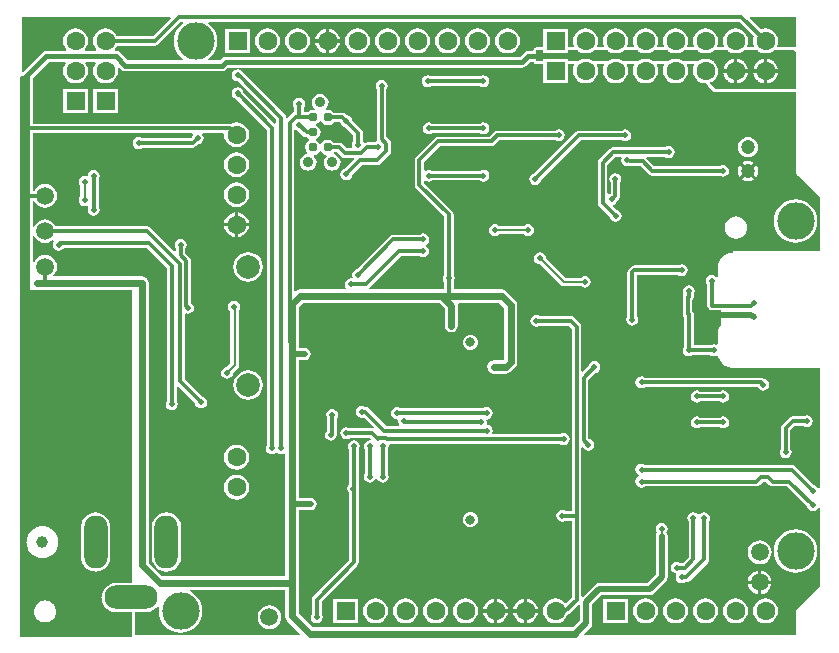
<source format=gbl>
%FSLAX44Y44*%
%MOMM*%
G71*
G01*
G75*
G04 Layer_Physical_Order=2*
G04 Layer_Color=16711680*
%ADD10C,0.3000*%
%ADD11C,0.2000*%
%ADD12C,0.5000*%
%ADD13C,0.2540*%
%ADD14C,1.5000*%
G04:AMPARAMS|DCode=15|XSize=0.7mm|YSize=0.75mm|CornerRadius=0.175mm|HoleSize=0mm|Usage=FLASHONLY|Rotation=180.000|XOffset=0mm|YOffset=0mm|HoleType=Round|Shape=RoundedRectangle|*
%AMROUNDEDRECTD15*
21,1,0.7000,0.4000,0,0,180.0*
21,1,0.3500,0.7500,0,0,180.0*
1,1,0.3500,-0.1750,0.2000*
1,1,0.3500,0.1750,0.2000*
1,1,0.3500,0.1750,-0.2000*
1,1,0.3500,-0.1750,-0.2000*
%
%ADD15ROUNDEDRECTD15*%
%ADD16R,0.4000X0.6500*%
%ADD17R,0.6300X0.8300*%
%ADD18R,1.1000X0.6000*%
%ADD19O,1.8000X0.4000*%
G04:AMPARAMS|DCode=20|XSize=0.7mm|YSize=0.75mm|CornerRadius=0.175mm|HoleSize=0mm|Usage=FLASHONLY|Rotation=270.000|XOffset=0mm|YOffset=0mm|HoleType=Round|Shape=RoundedRectangle|*
%AMROUNDEDRECTD20*
21,1,0.7000,0.4000,0,0,270.0*
21,1,0.3500,0.7500,0,0,270.0*
1,1,0.3500,-0.2000,-0.1750*
1,1,0.3500,-0.2000,0.1750*
1,1,0.3500,0.2000,0.1750*
1,1,0.3500,0.2000,-0.1750*
%
%ADD20ROUNDEDRECTD20*%
%ADD21O,1.5500X0.3500*%
%ADD22R,1.2000X0.6000*%
G04:AMPARAMS|DCode=23|XSize=1.2mm|YSize=2.2mm|CornerRadius=0.15mm|HoleSize=0mm|Usage=FLASHONLY|Rotation=180.000|XOffset=0mm|YOffset=0mm|HoleType=Round|Shape=RoundedRectangle|*
%AMROUNDEDRECTD23*
21,1,1.2000,1.9000,0,0,180.0*
21,1,0.9000,2.2000,0,0,180.0*
1,1,0.3000,-0.4500,0.9500*
1,1,0.3000,0.4500,0.9500*
1,1,0.3000,0.4500,-0.9500*
1,1,0.3000,-0.4500,-0.9500*
%
%ADD23ROUNDEDRECTD23*%
G04:AMPARAMS|DCode=24|XSize=0.9mm|YSize=1.7mm|CornerRadius=0.1125mm|HoleSize=0mm|Usage=FLASHONLY|Rotation=180.000|XOffset=0mm|YOffset=0mm|HoleType=Round|Shape=RoundedRectangle|*
%AMROUNDEDRECTD24*
21,1,0.9000,1.4750,0,0,180.0*
21,1,0.6750,1.7000,0,0,180.0*
1,1,0.2250,-0.3375,0.7375*
1,1,0.2250,0.3375,0.7375*
1,1,0.2250,0.3375,-0.7375*
1,1,0.2250,-0.3375,-0.7375*
%
%ADD24ROUNDEDRECTD24*%
%ADD25R,0.9000X0.8000*%
G04:AMPARAMS|DCode=26|XSize=1mm|YSize=0.9mm|CornerRadius=0.225mm|HoleSize=0mm|Usage=FLASHONLY|Rotation=180.000|XOffset=0mm|YOffset=0mm|HoleType=Round|Shape=RoundedRectangle|*
%AMROUNDEDRECTD26*
21,1,1.0000,0.4500,0,0,180.0*
21,1,0.5500,0.9000,0,0,180.0*
1,1,0.4500,-0.2750,0.2250*
1,1,0.4500,0.2750,0.2250*
1,1,0.4500,0.2750,-0.2250*
1,1,0.4500,-0.2750,-0.2250*
%
%ADD26ROUNDEDRECTD26*%
%ADD27O,0.9000X0.3000*%
%ADD28O,0.3000X0.9000*%
%ADD29R,3.4000X3.3000*%
G04:AMPARAMS|DCode=30|XSize=1mm|YSize=0.9mm|CornerRadius=0.225mm|HoleSize=0mm|Usage=FLASHONLY|Rotation=270.000|XOffset=0mm|YOffset=0mm|HoleType=Round|Shape=RoundedRectangle|*
%AMROUNDEDRECTD30*
21,1,1.0000,0.4500,0,0,270.0*
21,1,0.5500,0.9000,0,0,270.0*
1,1,0.4500,-0.2250,-0.2750*
1,1,0.4500,-0.2250,0.2750*
1,1,0.4500,0.2250,0.2750*
1,1,0.4500,0.2250,-0.2750*
%
%ADD30ROUNDEDRECTD30*%
%ADD31R,1.9000X1.1750*%
%ADD32R,1.9000X2.3750*%
%ADD33O,1.3800X0.4500*%
%ADD34R,2.1000X1.3750*%
%ADD35C,1.0000*%
%ADD36R,0.8000X0.4000*%
%ADD37R,1.6000X3.0000*%
%ADD38R,5.8000X6.2000*%
%ADD39R,1.7000X1.6000*%
%ADD40O,0.8000X0.3500*%
%ADD41O,0.3500X0.8000*%
%ADD42R,6.4000X6.4000*%
%ADD43R,1.3000X0.7000*%
G04:AMPARAMS|DCode=44|XSize=0.55mm|YSize=0.95mm|CornerRadius=0.0688mm|HoleSize=0mm|Usage=FLASHONLY|Rotation=270.000|XOffset=0mm|YOffset=0mm|HoleType=Round|Shape=RoundedRectangle|*
%AMROUNDEDRECTD44*
21,1,0.5500,0.8125,0,0,270.0*
21,1,0.4125,0.9500,0,0,270.0*
1,1,0.1375,-0.4063,-0.2062*
1,1,0.1375,-0.4063,0.2062*
1,1,0.1375,0.4063,0.2062*
1,1,0.1375,0.4063,-0.2062*
%
%ADD44ROUNDEDRECTD44*%
%ADD45R,0.4500X0.6000*%
G04:AMPARAMS|DCode=46|XSize=0.55mm|YSize=0.3mm|CornerRadius=0.0375mm|HoleSize=0mm|Usage=FLASHONLY|Rotation=180.000|XOffset=0mm|YOffset=0mm|HoleType=Round|Shape=RoundedRectangle|*
%AMROUNDEDRECTD46*
21,1,0.5500,0.2250,0,0,180.0*
21,1,0.4750,0.3000,0,0,180.0*
1,1,0.0750,-0.2375,0.1125*
1,1,0.0750,0.2375,0.1125*
1,1,0.0750,0.2375,-0.1125*
1,1,0.0750,-0.2375,-0.1125*
%
%ADD46ROUNDEDRECTD46*%
%ADD47R,0.6500X1.3500*%
%ADD48O,1.4000X0.6000*%
%ADD49C,0.4000*%
%ADD50C,0.6000*%
%ADD51C,0.6300*%
%ADD52C,0.4500*%
%ADD53C,1.0000*%
%ADD54C,0.8000*%
%ADD55C,0.3500*%
%ADD56C,0.7000*%
%ADD57C,1.6000*%
%ADD58R,1.6000X1.6000*%
%ADD59C,0.8890*%
%ADD60C,0.8000*%
%ADD61R,1.6000X1.6000*%
%ADD62O,4.5000X2.0000*%
%ADD63O,2.0000X4.5000*%
%ADD64C,1.2000*%
%ADD65C,3.1750*%
%ADD66C,2.0000*%
%ADD67C,0.5000*%
%ADD68C,0.6600*%
%ADD69C,0.7874*%
G36*
X68239Y489473D02*
X67028Y487895D01*
X65970Y485341D01*
X65609Y482600D01*
X65970Y479859D01*
X67028Y477305D01*
X68711Y475111D01*
X70905Y473428D01*
X73459Y472370D01*
X76200Y472009D01*
X78941Y472370D01*
X81495Y473428D01*
X83689Y475111D01*
X85372Y477305D01*
X86430Y479859D01*
X86791Y482600D01*
X86430Y485341D01*
X87661Y485851D01*
X89556Y483956D01*
X91044Y482961D01*
X92800Y482612D01*
X175200D01*
X176956Y482961D01*
X178444Y483956D01*
X179900Y485412D01*
X429000D01*
X430756Y485761D01*
X432244Y486756D01*
X435900Y490412D01*
X438568D01*
X438645Y490025D01*
X439198Y489198D01*
X440025Y488645D01*
X441000Y488451D01*
X446700D01*
Y472100D01*
X467700D01*
Y488451D01*
X472515D01*
X473221Y487395D01*
X472370Y485341D01*
X472009Y482600D01*
X472370Y479859D01*
X473428Y477305D01*
X475111Y475111D01*
X477305Y473428D01*
X479859Y472370D01*
X482600Y472009D01*
X485341Y472370D01*
X487895Y473428D01*
X490089Y475111D01*
X491772Y477305D01*
X492830Y479859D01*
X493191Y482600D01*
X492830Y485341D01*
X491979Y487395D01*
X492685Y488451D01*
X497915D01*
X498621Y487395D01*
X497770Y485341D01*
X497409Y482600D01*
X497770Y479859D01*
X498828Y477305D01*
X500511Y475111D01*
X502705Y473428D01*
X505259Y472370D01*
X508000Y472009D01*
X510741Y472370D01*
X513295Y473428D01*
X515489Y475111D01*
X517172Y477305D01*
X518230Y479859D01*
X518591Y482600D01*
X518230Y485341D01*
X517379Y487395D01*
X518084Y488451D01*
X523316D01*
X524021Y487395D01*
X523170Y485341D01*
X522809Y482600D01*
X523170Y479859D01*
X524228Y477305D01*
X525911Y475111D01*
X528105Y473428D01*
X530659Y472370D01*
X533400Y472009D01*
X536141Y472370D01*
X538695Y473428D01*
X540889Y475111D01*
X542572Y477305D01*
X543630Y479859D01*
X543991Y482600D01*
X543630Y485341D01*
X542779Y487395D01*
X543484Y488451D01*
X548716D01*
X549421Y487395D01*
X548570Y485341D01*
X548209Y482600D01*
X548570Y479859D01*
X549628Y477305D01*
X551311Y475111D01*
X553505Y473428D01*
X556059Y472370D01*
X558800Y472009D01*
X561541Y472370D01*
X564095Y473428D01*
X566289Y475111D01*
X567972Y477305D01*
X569030Y479859D01*
X569391Y482600D01*
X569030Y485341D01*
X568179Y487395D01*
X568885Y488451D01*
X574115D01*
X574821Y487395D01*
X573970Y485341D01*
X573609Y482600D01*
X573970Y479859D01*
X575028Y477305D01*
X576711Y475111D01*
X578905Y473428D01*
X581459Y472370D01*
X584200Y472009D01*
X584768Y472084D01*
X585515Y471936D01*
X585564Y471690D01*
X585564Y471689D01*
X585564Y471438D01*
D01*
X585564Y471438D01*
X585564Y471438D01*
X585661Y471206D01*
X585709Y470960D01*
X585849Y470751D01*
X585945Y470519D01*
X586123Y470342D01*
X586262Y470133D01*
X591198Y465198D01*
X592024Y464645D01*
X593000Y464451D01*
X660400D01*
Y396240D01*
X662045Y394595D01*
X662762Y393522D01*
X662762Y393522D01*
X662762Y393522D01*
D01*
X662762D01*
Y393522D01*
D01*
X680720Y375564D01*
Y330200D01*
X607060D01*
Y328608D01*
X607000D01*
Y328608D01*
X603737Y328178D01*
X600696Y326919D01*
X598085Y324915D01*
X596081Y322304D01*
X594822Y319263D01*
X594392Y316000D01*
X594412D01*
Y308307D01*
X593196Y307938D01*
X592885Y308405D01*
X591231Y309510D01*
X589280Y309898D01*
X587329Y309510D01*
X585675Y308405D01*
X584570Y306751D01*
X584182Y304800D01*
X584570Y302849D01*
X585675Y301195D01*
X585782Y301124D01*
Y284000D01*
X586092Y282439D01*
X586976Y281116D01*
X588299Y280232D01*
X589860Y279922D01*
X596900D01*
Y267371D01*
X596081Y266304D01*
X594822Y263263D01*
X594392Y260000D01*
X594412D01*
Y251080D01*
X593292Y250481D01*
X592950Y250709D01*
X590999Y251098D01*
X589048Y250709D01*
X588672Y250458D01*
X574078D01*
Y276999D01*
X573768Y278560D01*
X573077Y279594D01*
Y288405D01*
X573768Y289439D01*
X574078Y290999D01*
Y293104D01*
X574710Y294049D01*
X575098Y296000D01*
X574710Y297951D01*
X573605Y299605D01*
X571951Y300710D01*
X570000Y301098D01*
X568049Y300710D01*
X566395Y299605D01*
X565290Y297951D01*
X564902Y296000D01*
X565290Y294049D01*
X565758Y293349D01*
X565231Y292560D01*
X564921Y290999D01*
Y276999D01*
X565231Y275439D01*
X565922Y274405D01*
Y248896D01*
X565290Y247951D01*
X564902Y246000D01*
X565290Y244049D01*
X566395Y242395D01*
X568049Y241290D01*
X570000Y240902D01*
X571951Y241290D01*
X573465Y242302D01*
X587533D01*
X589048Y241290D01*
X590999Y240902D01*
X592950Y241290D01*
X593604Y241726D01*
X594760Y241202D01*
X594822Y240737D01*
X596081Y237696D01*
X598085Y235085D01*
X600696Y233081D01*
X603737Y231822D01*
X607000Y231392D01*
D01*
X607000D01*
X607060Y231332D01*
Y231140D01*
X680720D01*
Y129627D01*
X679505Y129258D01*
X678605Y130605D01*
X676951Y131710D01*
X675836Y131932D01*
X659884Y147884D01*
X658561Y148768D01*
X658302Y148819D01*
X657000Y149078D01*
X657000Y149078D01*
X532896D01*
X531951Y149710D01*
X530000Y150098D01*
X528049Y149710D01*
X526395Y148605D01*
X525290Y146951D01*
X524902Y145000D01*
X525290Y143049D01*
X526395Y141395D01*
X527533Y140635D01*
Y139365D01*
X526395Y138605D01*
X525290Y136951D01*
X524902Y135000D01*
X525290Y133049D01*
X526395Y131395D01*
X528049Y130290D01*
X530000Y129902D01*
X531951Y130290D01*
X532896Y130922D01*
X627100D01*
X627100Y130922D01*
X628402Y131181D01*
X628661Y131232D01*
X629984Y132116D01*
X632790Y134922D01*
X635210D01*
X638016Y132116D01*
X638016D01*
X638016Y132116D01*
X638016Y132116D01*
Y132116D01*
X639339Y131232D01*
X639598Y131181D01*
X640900Y130922D01*
X640900Y130922D01*
X653311D01*
X670068Y114164D01*
X670290Y113049D01*
X671395Y111395D01*
X673049Y110290D01*
X675000Y109902D01*
X676951Y110290D01*
X678605Y111395D01*
X679505Y112742D01*
X680720Y112373D01*
Y46076D01*
X662762Y28118D01*
X662045Y27045D01*
X660400Y25400D01*
Y5080D01*
X481949D01*
X481463Y6253D01*
X486605Y11395D01*
X487710Y13049D01*
X488098Y15000D01*
X488098Y15000D01*
X488098Y15000D01*
Y15000D01*
Y30888D01*
X496112Y38902D01*
X537000D01*
X538951Y39290D01*
X540605Y40395D01*
X550605Y50395D01*
X551710Y52049D01*
X551774Y52373D01*
X552098Y54000D01*
Y89000D01*
X551710Y90951D01*
X551009Y92000D01*
X551710Y93049D01*
X552098Y95000D01*
X551710Y96951D01*
X550605Y98605D01*
X548951Y99710D01*
X547000Y100098D01*
X545049Y99710D01*
X543395Y98605D01*
X542290Y96951D01*
X541902Y95000D01*
X542290Y93049D01*
X542991Y92000D01*
X542290Y90951D01*
X541902Y89000D01*
Y56112D01*
X534888Y49098D01*
X494000D01*
X492373Y48774D01*
X492049Y48710D01*
X490395Y47605D01*
X480252Y37461D01*
X479078Y37947D01*
Y106000D01*
X479078Y106000D01*
X479078Y106000D01*
Y106000D01*
Y163675D01*
X480294Y164044D01*
X481395Y162395D01*
X483049Y161290D01*
X485000Y160902D01*
X486951Y161290D01*
X488605Y162395D01*
X489710Y164049D01*
X490098Y166000D01*
X489710Y167951D01*
X488605Y169605D01*
X486951Y170710D01*
X485836Y170932D01*
X485078Y171689D01*
Y221311D01*
X490836Y227068D01*
X491951Y227290D01*
X493605Y228395D01*
X494710Y230049D01*
X495098Y232000D01*
X494710Y233951D01*
X493605Y235605D01*
X491951Y236710D01*
X490000Y237098D01*
X488049Y236710D01*
X486395Y235605D01*
X485290Y233951D01*
X485068Y232836D01*
X480252Y228019D01*
X479078Y228505D01*
Y266000D01*
X479078Y266000D01*
X478819Y267302D01*
X478768Y267561D01*
X477884Y268884D01*
X472884Y273884D01*
X471561Y274768D01*
X471302Y274819D01*
X470000Y275078D01*
X470000Y275078D01*
X443896D01*
X442951Y275710D01*
X441000Y276098D01*
X439049Y275710D01*
X437395Y274605D01*
X436290Y272951D01*
X435902Y271000D01*
X436290Y269049D01*
X437395Y267395D01*
X439049Y266290D01*
X441000Y265902D01*
X442951Y266290D01*
X443896Y266922D01*
X468311D01*
X470922Y264311D01*
Y110078D01*
X465896D01*
X464951Y110710D01*
X463000Y111098D01*
X461049Y110710D01*
X459395Y109605D01*
X458290Y107951D01*
X457902Y106000D01*
X458290Y104049D01*
X459395Y102395D01*
X461049Y101290D01*
X463000Y100902D01*
X464951Y101290D01*
X465896Y101922D01*
X470922D01*
Y36689D01*
X466426Y32193D01*
X465158Y32276D01*
X464689Y32889D01*
X462495Y34572D01*
X459941Y35630D01*
X457200Y35991D01*
X454459Y35630D01*
X451905Y34572D01*
X449711Y32889D01*
X448028Y30695D01*
X446970Y28141D01*
X446609Y25400D01*
X446970Y22659D01*
X448028Y20105D01*
X449711Y17911D01*
X451905Y16228D01*
X454459Y15170D01*
X457200Y14809D01*
X459941Y15170D01*
X462495Y16228D01*
X464689Y17911D01*
X466372Y20105D01*
X467021Y21672D01*
X468284Y22516D01*
X476729Y30961D01*
X477902Y30475D01*
Y17112D01*
X472398Y11608D01*
X251323D01*
X239608Y23323D01*
Y49000D01*
Y110902D01*
X250000D01*
X251951Y111290D01*
X253605Y112395D01*
X254710Y114049D01*
X255098Y116000D01*
X254710Y117951D01*
X253605Y119605D01*
X251951Y120710D01*
X250000Y121098D01*
X239608D01*
Y237902D01*
X245000D01*
X246951Y238290D01*
X248605Y239395D01*
X249710Y241049D01*
X250098Y243000D01*
X249710Y244951D01*
X248605Y246605D01*
X246951Y247710D01*
X245000Y248098D01*
X239608D01*
Y282677D01*
X243323Y286392D01*
X358677D01*
X363392Y281677D01*
Y273000D01*
X363392Y273000D01*
X363392D01*
Y267000D01*
X363819Y264854D01*
X365035Y263035D01*
X366854Y261819D01*
X369000Y261392D01*
X371146Y261819D01*
X372965Y263035D01*
X374181Y264854D01*
X374608Y267000D01*
Y273000D01*
X374608Y273000D01*
X374608Y273000D01*
Y273000D01*
Y284000D01*
X374327Y285410D01*
X375133Y286392D01*
X409257D01*
X413492Y282157D01*
Y238423D01*
X412677Y237608D01*
X405000D01*
X402854Y237181D01*
X401035Y235965D01*
X399819Y234146D01*
X399392Y232000D01*
X399819Y229854D01*
X401035Y228035D01*
X402854Y226819D01*
X405000Y226392D01*
X415000D01*
X417146Y226819D01*
X418965Y228035D01*
X418965Y228035D01*
X418965Y228035D01*
X423065Y232135D01*
X423065Y232135D01*
X423065Y232135D01*
X424281Y233954D01*
X424708Y236100D01*
Y284480D01*
X424281Y286626D01*
X423065Y288445D01*
X415545Y295965D01*
X413726Y297181D01*
X411580Y297608D01*
X370928D01*
Y304254D01*
X371560Y305199D01*
X371948Y307150D01*
X371560Y309101D01*
X370928Y310046D01*
Y361150D01*
X370928Y361150D01*
X370618Y362711D01*
X370325Y363150D01*
X369734Y364034D01*
X369734Y364034D01*
X346078Y387689D01*
Y389260D01*
X347198Y389859D01*
X348049Y389290D01*
X350000Y388902D01*
X351951Y389290D01*
X352896Y389922D01*
X393104D01*
X394049Y389290D01*
X396000Y388902D01*
X397951Y389290D01*
X399605Y390395D01*
X400710Y392049D01*
X401098Y394000D01*
X400710Y395951D01*
X399605Y397605D01*
X397951Y398710D01*
X396000Y399098D01*
X394049Y398710D01*
X393104Y398078D01*
X352896D01*
X351951Y398710D01*
X350000Y399098D01*
X348049Y398710D01*
X347198Y398142D01*
X346078Y398740D01*
Y405311D01*
X359689Y418922D01*
X403000D01*
X403000Y418922D01*
X404302Y419181D01*
X404561Y419232D01*
X405884Y420116D01*
X405884Y420116D01*
X405884Y420116D01*
X409689Y423922D01*
X457104D01*
X458049Y423290D01*
X460000Y422902D01*
X461951Y423290D01*
X463605Y424395D01*
X464710Y426049D01*
X465098Y428000D01*
X464710Y429951D01*
X463605Y431605D01*
X461951Y432710D01*
X460000Y433098D01*
X458049Y432710D01*
X457104Y432078D01*
X408000D01*
X406439Y431768D01*
X405116Y430884D01*
X405116Y430884D01*
X401311Y427078D01*
X358000D01*
X358000Y427078D01*
X356698Y426819D01*
X356439Y426768D01*
X355116Y425884D01*
X355116Y425884D01*
X339116Y409884D01*
X338232Y408561D01*
X338181Y408302D01*
X337922Y407000D01*
X337922Y407000D01*
Y386000D01*
X337922Y386000D01*
X338181Y384698D01*
X338232Y384439D01*
X339116Y383116D01*
X362772Y359461D01*
Y310046D01*
X362140Y309101D01*
X361752Y307150D01*
X362140Y305199D01*
X362772Y304254D01*
Y297608D01*
X299814D01*
X299445Y298823D01*
X299884Y299116D01*
X299884Y299116D01*
X299884Y299116D01*
X326689Y325922D01*
X342104D01*
X343049Y325290D01*
X345000Y324902D01*
X346951Y325290D01*
X348605Y326395D01*
X349710Y328049D01*
X350098Y330000D01*
X349710Y331951D01*
X348605Y333605D01*
X347467Y334365D01*
Y335635D01*
X348605Y336395D01*
X349710Y338049D01*
X350098Y340000D01*
X349710Y341951D01*
X348605Y343605D01*
X346951Y344710D01*
X345000Y345098D01*
X343049Y344710D01*
X342104Y344078D01*
X320000D01*
X320000Y344078D01*
X318698Y343819D01*
X318439Y343768D01*
X317116Y342884D01*
X289164Y314932D01*
X288049Y314710D01*
X286395Y313605D01*
X285290Y311951D01*
X284902Y310000D01*
X285290Y308049D01*
X285299Y308036D01*
X284593Y306980D01*
X284000Y307098D01*
X282049Y306710D01*
X280395Y305605D01*
X279290Y303951D01*
X278902Y302000D01*
X279290Y300049D01*
X280173Y298728D01*
X279574Y297608D01*
X241000D01*
X238854Y297181D01*
X237198Y296075D01*
X236078Y296673D01*
Y432260D01*
X237198Y432859D01*
X238049Y432290D01*
X239164Y432068D01*
X243516Y427716D01*
X243516Y427716D01*
X244400Y427125D01*
X244839Y426832D01*
X246400Y426522D01*
X246400Y426522D01*
X246633D01*
X247009Y425959D01*
X248617Y424885D01*
Y423615D01*
X247009Y422541D01*
X245586Y420412D01*
X245087Y417900D01*
X245586Y415388D01*
X247009Y413259D01*
X246157Y411983D01*
X246027Y411966D01*
X244338Y411266D01*
X242887Y410153D01*
X241774Y408703D01*
X241074Y407013D01*
X240835Y405200D01*
X241074Y403387D01*
X241774Y401698D01*
X242887Y400247D01*
X244338Y399134D01*
X246027Y398434D01*
X247840Y398195D01*
X249653Y398434D01*
X251342Y399134D01*
X252793Y400247D01*
X253906Y401698D01*
X254606Y403387D01*
X254845Y405200D01*
X254606Y407013D01*
X253906Y408703D01*
X252793Y410153D01*
X252554Y410337D01*
X252842Y411574D01*
X254162Y411837D01*
X256291Y413259D01*
X257365Y414867D01*
X258635D01*
X259709Y413259D01*
X261838Y411837D01*
X263158Y411574D01*
X263447Y410337D01*
X263207Y410153D01*
X262094Y408703D01*
X261394Y407013D01*
X261155Y405200D01*
X261394Y403387D01*
X262094Y401698D01*
X263207Y400247D01*
X264657Y399134D01*
X266347Y398434D01*
X268160Y398195D01*
X269973Y398434D01*
X271662Y399134D01*
X273113Y400247D01*
X274226Y401698D01*
X274926Y403387D01*
X275165Y405200D01*
X274926Y407013D01*
X274226Y408703D01*
X273113Y410153D01*
X271662Y411266D01*
X269973Y411966D01*
X269843Y411983D01*
X269363Y412702D01*
X269962Y413822D01*
X272411D01*
X276116Y410116D01*
X277439Y409232D01*
X277698Y409181D01*
X279000Y408922D01*
X279000Y408922D01*
X286495D01*
X286981Y407748D01*
X279164Y399932D01*
X278049Y399710D01*
X276395Y398605D01*
X275290Y396951D01*
X274902Y395000D01*
X275290Y393049D01*
X276395Y391395D01*
X278049Y390290D01*
X280000Y389902D01*
X281951Y390290D01*
X283605Y391395D01*
X284710Y393049D01*
X284932Y394164D01*
X293689Y402922D01*
X305899D01*
X305900Y402922D01*
X307201Y403181D01*
X307460Y403232D01*
X308783Y404116D01*
X308783Y404116D01*
X308783Y404116D01*
X316884Y412217D01*
X316884Y412217D01*
X317768Y413540D01*
X317819Y413799D01*
X318078Y415101D01*
X318078Y415101D01*
Y420900D01*
X317768Y422460D01*
X316884Y423783D01*
X316884Y423783D01*
X314078Y426589D01*
Y467104D01*
X314710Y468049D01*
X315098Y470000D01*
X314710Y471951D01*
X313605Y473605D01*
X311951Y474710D01*
X310000Y475098D01*
X308049Y474710D01*
X306395Y473605D01*
X305290Y471951D01*
X304902Y470000D01*
X305290Y468049D01*
X305922Y467104D01*
Y424900D01*
X305922Y424899D01*
X306132Y423841D01*
X305427Y422785D01*
X305049Y422710D01*
X304104Y422078D01*
X297900D01*
X297899Y422078D01*
X296598Y421819D01*
X296339Y421768D01*
X295884Y421464D01*
X294710Y421951D01*
X294078Y422896D01*
Y430000D01*
X293768Y431561D01*
X292884Y432884D01*
X292884Y432884D01*
X284932Y440836D01*
X284710Y441951D01*
X283605Y443605D01*
X281951Y444710D01*
X280836Y444932D01*
X279584Y446184D01*
X278261Y447068D01*
X278002Y447119D01*
X276700Y447378D01*
X276700Y447378D01*
X269367D01*
X268991Y447941D01*
X266862Y449364D01*
X264350Y449863D01*
X263125Y449619D01*
X262601Y450776D01*
X262953Y451047D01*
X264066Y452497D01*
X264766Y454187D01*
X265005Y456000D01*
X264766Y457813D01*
X264066Y459502D01*
X262953Y460953D01*
X261502Y462066D01*
X259813Y462766D01*
X258000Y463005D01*
X256187Y462766D01*
X254498Y462066D01*
X253047Y460953D01*
X251934Y459502D01*
X251234Y457813D01*
X250995Y456000D01*
X251234Y454187D01*
X251934Y452497D01*
X253047Y451047D01*
X253399Y450776D01*
X252875Y449619D01*
X251650Y449863D01*
X249138Y449364D01*
X247215Y448078D01*
X244078D01*
Y452104D01*
X244710Y453049D01*
X245098Y455000D01*
X244710Y456951D01*
X243605Y458605D01*
X241951Y459710D01*
X240000Y460098D01*
X238049Y459710D01*
X236395Y458605D01*
X235290Y456951D01*
X234902Y455000D01*
X235290Y453049D01*
X235922Y452104D01*
Y447844D01*
X235540Y447768D01*
X234217Y446884D01*
X234217Y446884D01*
X230353Y443020D01*
X229879Y443020D01*
X229027Y443278D01*
X228819Y444322D01*
X228768Y444581D01*
X227884Y445904D01*
X227884Y445904D01*
X192114Y481674D01*
X191992Y481755D01*
X191565Y482395D01*
X189911Y483500D01*
X187960Y483888D01*
X186009Y483500D01*
X184355Y482395D01*
X183250Y480741D01*
X182862Y478790D01*
X183250Y476839D01*
X184355Y475185D01*
X186009Y474080D01*
X187960Y473692D01*
X188461Y473792D01*
X220922Y441331D01*
Y438951D01*
X220439Y438227D01*
X219175Y438102D01*
X192892Y464386D01*
X192670Y465501D01*
X191565Y467155D01*
X189911Y468260D01*
X187960Y468648D01*
X186009Y468260D01*
X184355Y467155D01*
X183250Y465501D01*
X182862Y463550D01*
X183250Y461599D01*
X184355Y459945D01*
X184995Y459518D01*
X185076Y459396D01*
X186399Y458512D01*
X187437Y458306D01*
X212922Y432821D01*
Y165896D01*
X212290Y164951D01*
X211902Y163000D01*
X212290Y161049D01*
X213395Y159395D01*
X215049Y158290D01*
X217000Y157902D01*
X218951Y158290D01*
X220605Y159395D01*
X221395D01*
X223049Y158290D01*
X225000Y157902D01*
X226951Y158290D01*
X227272Y158505D01*
X228392Y157906D01*
Y54608D01*
X124323D01*
X112608Y66323D01*
Y303000D01*
X112181Y305146D01*
X110965Y306965D01*
X109146Y308181D01*
X107000Y308608D01*
X32465D01*
X32057Y309810D01*
X32132Y309868D01*
X33735Y311957D01*
X34743Y314389D01*
X35086Y317000D01*
X34743Y319611D01*
X33735Y322043D01*
X32132Y324132D01*
X30043Y325735D01*
X27610Y326743D01*
X25000Y327086D01*
X22390Y326743D01*
X19957Y325735D01*
X17868Y324132D01*
X16265Y322043D01*
X15795Y320907D01*
X14549Y321155D01*
Y342845D01*
X15795Y343093D01*
X16265Y341957D01*
X17868Y339868D01*
X19957Y338265D01*
X22390Y337257D01*
X25000Y336914D01*
X27610Y337257D01*
X30043Y338265D01*
X31652Y339500D01*
X32579Y338632D01*
X31710Y337331D01*
X31322Y335380D01*
X31710Y333429D01*
X32815Y331775D01*
X34469Y330670D01*
X36420Y330282D01*
X38371Y330670D01*
X40025Y331775D01*
X40791Y332922D01*
X111311D01*
X128342Y315891D01*
Y203276D01*
X127710Y202331D01*
X127322Y200380D01*
X127710Y198429D01*
X128815Y196775D01*
X130469Y195670D01*
X132420Y195282D01*
X134371Y195670D01*
X136025Y196775D01*
X137130Y198429D01*
X137518Y200380D01*
X137130Y202331D01*
X136498Y203276D01*
Y215075D01*
X137672Y215561D01*
X152068Y201164D01*
X152290Y200049D01*
X153395Y198395D01*
X155049Y197290D01*
X157000Y196902D01*
X158951Y197290D01*
X160605Y198395D01*
X161710Y200049D01*
X162098Y202000D01*
X161710Y203951D01*
X160605Y205605D01*
X158951Y206710D01*
X157836Y206932D01*
X143078Y221689D01*
Y276482D01*
X144060Y277288D01*
X146000Y276902D01*
X147951Y277290D01*
X149605Y278395D01*
X150710Y280049D01*
X151098Y282000D01*
X150710Y283951D01*
X149605Y285605D01*
X148578Y286291D01*
Y321763D01*
X148268Y323324D01*
X147384Y324647D01*
X147384Y324647D01*
X143778Y328253D01*
Y332384D01*
X144410Y333329D01*
X144798Y335280D01*
X144410Y337231D01*
X143305Y338885D01*
X141651Y339990D01*
X139700Y340378D01*
X137749Y339990D01*
X136095Y338885D01*
X134990Y337231D01*
X134602Y335280D01*
X134990Y333329D01*
X135622Y332384D01*
Y330291D01*
X134448Y329805D01*
X114369Y349884D01*
X113046Y350768D01*
X112787Y350819D01*
X111485Y351078D01*
X111485Y351078D01*
X34135D01*
X33735Y352043D01*
X32132Y354132D01*
X30043Y355735D01*
X27610Y356743D01*
X25000Y357086D01*
X22390Y356743D01*
X19957Y355735D01*
X17868Y354132D01*
X16265Y352043D01*
X15795Y350907D01*
X14549Y351155D01*
Y372922D01*
X15865D01*
X16265Y371957D01*
X17868Y369868D01*
X19957Y368265D01*
X22390Y367257D01*
X25000Y366914D01*
X27610Y367257D01*
X30043Y368265D01*
X32132Y369868D01*
X33735Y371957D01*
X34743Y374389D01*
X35086Y377000D01*
X34743Y379610D01*
X33735Y382043D01*
X32132Y384132D01*
X30043Y385735D01*
X27610Y386743D01*
X25000Y387086D01*
X22390Y386743D01*
X19957Y385735D01*
X17868Y384132D01*
X16265Y382043D01*
X15865Y381078D01*
X14549D01*
Y429922D01*
X149497D01*
X150095Y428802D01*
X149446Y427830D01*
X149224Y426715D01*
X148228Y425718D01*
X107036D01*
X106091Y426350D01*
X104140Y426738D01*
X102189Y426350D01*
X100535Y425245D01*
X99430Y423591D01*
X99042Y421640D01*
X99430Y419689D01*
X100535Y418035D01*
X102189Y416930D01*
X104140Y416542D01*
X106091Y416930D01*
X107036Y417562D01*
X149917D01*
X149917Y417562D01*
X151219Y417821D01*
X151478Y417872D01*
X152801Y418756D01*
X152801Y418756D01*
X152801Y418756D01*
X154992Y420947D01*
X156107Y421169D01*
X157761Y422274D01*
X158866Y423928D01*
X159254Y425879D01*
X158866Y427830D01*
X158216Y428802D01*
X158815Y429922D01*
X175757D01*
X176595Y428967D01*
X176559Y428700D01*
X176920Y425959D01*
X177978Y423405D01*
X179661Y421211D01*
X181855Y419528D01*
X184409Y418470D01*
X187150Y418109D01*
X189891Y418470D01*
X192445Y419528D01*
X194639Y421211D01*
X196322Y423405D01*
X197380Y425959D01*
X197741Y428700D01*
X197380Y431441D01*
X196322Y433995D01*
X194639Y436189D01*
X192445Y437872D01*
X189891Y438930D01*
X187150Y439291D01*
X184409Y438930D01*
X182190Y438011D01*
X181850Y438078D01*
X181850Y438078D01*
X14549D01*
Y477060D01*
X28101Y490612D01*
X42277D01*
X42839Y489473D01*
X41628Y487895D01*
X40570Y485341D01*
X40209Y482600D01*
X40570Y479859D01*
X41628Y477305D01*
X43311Y475111D01*
X45505Y473428D01*
X48059Y472370D01*
X50800Y472009D01*
X53541Y472370D01*
X56095Y473428D01*
X58289Y475111D01*
X59972Y477305D01*
X61030Y479859D01*
X61391Y482600D01*
X61030Y485341D01*
X59972Y487895D01*
X58761Y489473D01*
X59323Y490612D01*
X67677D01*
X68239Y489473D01*
D02*
G37*
G36*
X660400Y503317D02*
X659418Y502511D01*
X659228Y502549D01*
X645250D01*
X644545Y503605D01*
X645230Y505259D01*
X645591Y508000D01*
X645230Y510741D01*
X644172Y513295D01*
X642489Y515489D01*
X640295Y517172D01*
X637741Y518230D01*
X635000Y518591D01*
X632259Y518230D01*
X631042Y517726D01*
X621621Y527147D01*
X622107Y528320D01*
X660400D01*
Y503317D01*
D02*
G37*
G36*
X259709Y438659D02*
X261838Y437237D01*
X264350Y436737D01*
X266862Y437237D01*
X268991Y438659D01*
X269367Y439222D01*
X275011D01*
X275068Y439164D01*
X275290Y438049D01*
X276395Y436395D01*
X278049Y435290D01*
X279164Y435068D01*
X285922Y428311D01*
Y422896D01*
X285290Y421951D01*
X284902Y420000D01*
X285288Y418060D01*
X284482Y417078D01*
X280689D01*
X276884Y420884D01*
X275561Y421768D01*
X274000Y422078D01*
X273497Y421978D01*
X269367D01*
X268991Y422541D01*
X266862Y423964D01*
X264350Y424463D01*
X261838Y423964D01*
X259709Y422541D01*
X258635Y420933D01*
X257365D01*
X256291Y422541D01*
X254683Y423615D01*
Y424885D01*
X256291Y425959D01*
X257714Y428088D01*
X258213Y430600D01*
X257714Y433112D01*
X256291Y435241D01*
X254683Y436315D01*
Y437585D01*
X256291Y438659D01*
X257365Y440267D01*
X258635D01*
X259709Y438659D01*
D02*
G37*
G36*
X660400Y498828D02*
X661000Y498228D01*
Y467000D01*
X593000D01*
X588064Y471936D01*
X588260Y472916D01*
X588642Y473075D01*
X589455Y473498D01*
X590228Y473991D01*
X590956Y474549D01*
X591632Y475168D01*
X592251Y475844D01*
X592809Y476572D01*
X593302Y477345D01*
X593725Y478158D01*
X594076Y479005D01*
X594352Y479880D01*
X594550Y480775D01*
X594670Y481684D01*
X594710Y482600D01*
X594670Y483516D01*
X594550Y484425D01*
X594352Y485320D01*
X594076Y486195D01*
X593725Y487042D01*
X593302Y487855D01*
X592809Y488628D01*
X592251Y489356D01*
X591632Y490032D01*
X590956Y490651D01*
X590228Y491209D01*
X589455Y491702D01*
X588642Y492125D01*
X587795Y492476D01*
X586920Y492752D01*
X586025Y492950D01*
X585116Y493070D01*
X584200Y493110D01*
X583284Y493070D01*
X582375Y492950D01*
X581480Y492752D01*
X580605Y492476D01*
X579758Y492125D01*
X578945Y491702D01*
X578172Y491209D01*
X577899Y491000D01*
X565101D01*
X564828Y491209D01*
X564055Y491702D01*
X563242Y492125D01*
X562395Y492476D01*
X561520Y492752D01*
X560625Y492950D01*
X559716Y493070D01*
X558800Y493110D01*
X557884Y493070D01*
X556975Y492950D01*
X556080Y492752D01*
X555205Y492476D01*
X554358Y492125D01*
X553545Y491702D01*
X552772Y491209D01*
X552499Y491000D01*
X539701D01*
X539428Y491209D01*
X538655Y491702D01*
X537842Y492125D01*
X536995Y492476D01*
X536120Y492752D01*
X535225Y492950D01*
X534316Y493070D01*
X533400Y493110D01*
X532484Y493070D01*
X531575Y492950D01*
X530680Y492752D01*
X529805Y492476D01*
X528958Y492125D01*
X528145Y491702D01*
X527372Y491209D01*
X527099Y491000D01*
X514301D01*
X514028Y491209D01*
X513255Y491702D01*
X512442Y492125D01*
X511595Y492476D01*
X510720Y492752D01*
X509825Y492950D01*
X508916Y493070D01*
X508000Y493110D01*
X507084Y493070D01*
X506175Y492950D01*
X505280Y492752D01*
X504405Y492476D01*
X503558Y492125D01*
X502745Y491702D01*
X501972Y491209D01*
X501699Y491000D01*
X488901D01*
X488628Y491209D01*
X487855Y491702D01*
X487042Y492125D01*
X486195Y492476D01*
X485320Y492752D01*
X484425Y492950D01*
X483516Y493070D01*
X482600Y493110D01*
X481684Y493070D01*
X480775Y492950D01*
X479880Y492752D01*
X479005Y492476D01*
X478158Y492125D01*
X477345Y491702D01*
X476572Y491209D01*
X476299Y491000D01*
X467700D01*
Y493100D01*
X446700D01*
Y491000D01*
X441000D01*
Y500000D01*
X446700D01*
Y497500D01*
X467700D01*
Y500000D01*
X475788D01*
X475844Y499949D01*
X476572Y499391D01*
X477345Y498898D01*
X478158Y498475D01*
X479005Y498124D01*
X479880Y497848D01*
X480775Y497650D01*
X481684Y497530D01*
X482600Y497490D01*
X483516Y497530D01*
X484425Y497650D01*
X485320Y497848D01*
X486195Y498124D01*
X487042Y498475D01*
X487855Y498898D01*
X488628Y499391D01*
X489356Y499949D01*
X489412Y500000D01*
X501189D01*
X501244Y499949D01*
X501972Y499391D01*
X502745Y498898D01*
X503558Y498475D01*
X504405Y498124D01*
X505280Y497848D01*
X506175Y497650D01*
X507084Y497530D01*
X508000Y497490D01*
X508916Y497530D01*
X509825Y497650D01*
X510720Y497848D01*
X511595Y498124D01*
X512442Y498475D01*
X513255Y498898D01*
X514028Y499391D01*
X514756Y499949D01*
X514812Y500000D01*
X526589D01*
X526644Y499949D01*
X527372Y499391D01*
X528145Y498898D01*
X528958Y498475D01*
X529805Y498124D01*
X530680Y497848D01*
X531575Y497650D01*
X532484Y497530D01*
X533400Y497490D01*
X534316Y497530D01*
X535225Y497650D01*
X536120Y497848D01*
X536995Y498124D01*
X537842Y498475D01*
X538655Y498898D01*
X539428Y499391D01*
X540156Y499949D01*
X540211Y500000D01*
X551988D01*
X552044Y499949D01*
X552772Y499391D01*
X553545Y498898D01*
X554358Y498475D01*
X555205Y498124D01*
X556080Y497848D01*
X556975Y497650D01*
X557884Y497530D01*
X558800Y497490D01*
X559716Y497530D01*
X560625Y497650D01*
X561520Y497848D01*
X562395Y498124D01*
X563242Y498475D01*
X564055Y498898D01*
X564828Y499391D01*
X565556Y499949D01*
X565611Y500000D01*
X577388D01*
X577444Y499949D01*
X578172Y499391D01*
X578945Y498898D01*
X579758Y498475D01*
X580605Y498124D01*
X581480Y497848D01*
X582375Y497650D01*
X583284Y497530D01*
X584200Y497490D01*
X585116Y497530D01*
X586025Y497650D01*
X586920Y497848D01*
X587795Y498124D01*
X588642Y498475D01*
X589455Y498898D01*
X590228Y499391D01*
X590956Y499949D01*
X591012Y500000D01*
X602789D01*
X602844Y499949D01*
X603572Y499391D01*
X604345Y498898D01*
X605158Y498475D01*
X606005Y498124D01*
X606880Y497848D01*
X607775Y497650D01*
X608684Y497530D01*
X609600Y497490D01*
X610516Y497530D01*
X611425Y497650D01*
X612320Y497848D01*
X613195Y498124D01*
X614042Y498475D01*
X614855Y498898D01*
X615628Y499391D01*
X616356Y499949D01*
X616412Y500000D01*
X628189D01*
X628244Y499949D01*
X628972Y499391D01*
X629745Y498898D01*
X630558Y498475D01*
X631405Y498124D01*
X632280Y497848D01*
X633175Y497650D01*
X634084Y497530D01*
X635000Y497490D01*
X635916Y497530D01*
X636825Y497650D01*
X637720Y497848D01*
X638595Y498124D01*
X639442Y498475D01*
X640255Y498898D01*
X641028Y499391D01*
X641756Y499949D01*
X641812Y500000D01*
X659228D01*
X660400Y498828D01*
D02*
G37*
G36*
X625274Y511958D02*
X624770Y510741D01*
X624409Y508000D01*
X624770Y505259D01*
X625455Y503605D01*
X624750Y502549D01*
X619850D01*
X619145Y503605D01*
X619830Y505259D01*
X620191Y508000D01*
X619830Y510741D01*
X618772Y513295D01*
X617089Y515489D01*
X614895Y517172D01*
X612341Y518230D01*
X609600Y518591D01*
X606859Y518230D01*
X604305Y517172D01*
X602111Y515489D01*
X600428Y513295D01*
X599370Y510741D01*
X599009Y508000D01*
X599370Y505259D01*
X600055Y503605D01*
X599350Y502549D01*
X594450D01*
X593745Y503605D01*
X594430Y505259D01*
X594791Y508000D01*
X594430Y510741D01*
X593372Y513295D01*
X591689Y515489D01*
X589495Y517172D01*
X586941Y518230D01*
X584200Y518591D01*
X581459Y518230D01*
X578905Y517172D01*
X576711Y515489D01*
X575028Y513295D01*
X573970Y510741D01*
X573609Y508000D01*
X573970Y505259D01*
X574655Y503605D01*
X573950Y502549D01*
X569050D01*
X568345Y503605D01*
X569030Y505259D01*
X569391Y508000D01*
X569030Y510741D01*
X567972Y513295D01*
X566289Y515489D01*
X564095Y517172D01*
X561541Y518230D01*
X558800Y518591D01*
X556059Y518230D01*
X553505Y517172D01*
X551311Y515489D01*
X549628Y513295D01*
X548570Y510741D01*
X548209Y508000D01*
X548570Y505259D01*
X549255Y503605D01*
X548550Y502549D01*
X543650D01*
X542945Y503605D01*
X543630Y505259D01*
X543991Y508000D01*
X543630Y510741D01*
X542572Y513295D01*
X540889Y515489D01*
X538695Y517172D01*
X536141Y518230D01*
X533400Y518591D01*
X530659Y518230D01*
X528105Y517172D01*
X525911Y515489D01*
X524228Y513295D01*
X523170Y510741D01*
X522809Y508000D01*
X523170Y505259D01*
X523855Y503605D01*
X523150Y502549D01*
X518250D01*
X517545Y503605D01*
X518230Y505259D01*
X518591Y508000D01*
X518230Y510741D01*
X517172Y513295D01*
X515489Y515489D01*
X513295Y517172D01*
X510741Y518230D01*
X508000Y518591D01*
X505259Y518230D01*
X502705Y517172D01*
X500511Y515489D01*
X498828Y513295D01*
X497770Y510741D01*
X497409Y508000D01*
X497770Y505259D01*
X498455Y503605D01*
X497750Y502549D01*
X492850D01*
X492145Y503605D01*
X492830Y505259D01*
X493191Y508000D01*
X492830Y510741D01*
X491772Y513295D01*
X490089Y515489D01*
X487895Y517172D01*
X485341Y518230D01*
X482600Y518591D01*
X479859Y518230D01*
X477305Y517172D01*
X475111Y515489D01*
X473428Y513295D01*
X472370Y510741D01*
X472009Y508000D01*
X472370Y505259D01*
X473055Y503605D01*
X472350Y502549D01*
X467700D01*
Y518500D01*
X446700D01*
Y502549D01*
X441000D01*
X440025Y502355D01*
X439198Y501802D01*
X438645Y500975D01*
X438451Y500000D01*
Y499588D01*
X434000D01*
X432244Y499239D01*
X430756Y498244D01*
X427099Y494588D01*
X178000D01*
X176244Y494239D01*
X174756Y493244D01*
X173300Y491788D01*
X163496D01*
X163068Y492984D01*
X165456Y494944D01*
X167752Y497742D01*
X169458Y500934D01*
X170509Y504398D01*
X170864Y508000D01*
X170509Y511602D01*
X169458Y515066D01*
X167752Y518258D01*
X165456Y521056D01*
X162964Y523101D01*
X163392Y524296D01*
X612936D01*
X625274Y511958D01*
D02*
G37*
G36*
X228392Y21000D02*
X228819Y18854D01*
X230035Y17035D01*
X230035Y17035D01*
X230035Y17035D01*
X240816Y6253D01*
X240330Y5080D01*
X101549D01*
Y24212D01*
X110290D01*
X113553Y24642D01*
X116594Y25901D01*
X119205Y27905D01*
X120338Y29382D01*
X121591Y29002D01*
X121236Y25400D01*
X121591Y21798D01*
X122641Y18334D01*
X124348Y15142D01*
X126644Y12344D01*
X129442Y10048D01*
X132634Y8341D01*
X136098Y7291D01*
X139700Y6936D01*
X143302Y7291D01*
X146766Y8341D01*
X149958Y10048D01*
X152756Y12344D01*
X155052Y15142D01*
X156758Y18334D01*
X157809Y21798D01*
X158164Y25400D01*
X157809Y29002D01*
X156758Y32466D01*
X155052Y35658D01*
X152756Y38456D01*
X149958Y40752D01*
X147323Y42160D01*
X147632Y43392D01*
X228392D01*
Y21000D01*
D02*
G37*
G36*
X12000Y297000D02*
X99000D01*
Y49330D01*
X85290D01*
X84309Y49291D01*
X83333Y49176D01*
X82370Y48984D01*
X81424Y48717D01*
X80503Y48377D01*
X79611Y47966D01*
X78754Y47486D01*
X77937Y46940D01*
X77166Y46332D01*
X76444Y45666D01*
X75778Y44944D01*
X75170Y44173D01*
X74624Y43356D01*
X74144Y42499D01*
X73733Y41607D01*
X73393Y40686D01*
X73126Y39740D01*
X72934Y38777D01*
X72819Y37801D01*
X72780Y36820D01*
X72819Y35838D01*
X72934Y34863D01*
X73126Y33900D01*
X73393Y32954D01*
X73733Y32033D01*
X74144Y31141D01*
X74624Y30284D01*
X75170Y29467D01*
X75778Y28696D01*
X76444Y27974D01*
X77166Y27308D01*
X77937Y26700D01*
X78754Y26154D01*
X79611Y25674D01*
X80503Y25263D01*
X81424Y24923D01*
X82370Y24656D01*
X83333Y24464D01*
X84309Y24349D01*
X85290Y24310D01*
X99000D01*
Y3778D01*
X3778D01*
Y297000D01*
X4000D01*
Y477000D01*
X5000Y478000D01*
X12000D01*
Y297000D01*
D02*
G37*
G36*
X131379Y527147D02*
X116311Y512078D01*
X85876D01*
X85372Y513295D01*
X83689Y515489D01*
X81495Y517172D01*
X78941Y518230D01*
X76200Y518591D01*
X73459Y518230D01*
X70905Y517172D01*
X68711Y515489D01*
X67028Y513295D01*
X65970Y510741D01*
X65609Y508000D01*
X65970Y505259D01*
X67028Y502705D01*
X68392Y500927D01*
X67831Y499788D01*
X59170D01*
X58608Y500927D01*
X59972Y502705D01*
X61030Y505259D01*
X61391Y508000D01*
X61030Y510741D01*
X59972Y513295D01*
X58289Y515489D01*
X56095Y517172D01*
X53541Y518230D01*
X50800Y518591D01*
X48059Y518230D01*
X45505Y517172D01*
X43311Y515489D01*
X41628Y513295D01*
X40570Y510741D01*
X40209Y508000D01*
X40570Y505259D01*
X41628Y502705D01*
X42992Y500927D01*
X42431Y499788D01*
X26200D01*
X24444Y499439D01*
X22956Y498444D01*
X6253Y481742D01*
X5080Y482228D01*
Y528320D01*
X130893D01*
X131379Y527147D01*
D02*
G37*
G36*
X141836Y523101D02*
X139344Y521056D01*
X137048Y518258D01*
X135342Y515066D01*
X134291Y511602D01*
X133936Y508000D01*
X134291Y504398D01*
X135342Y500934D01*
X137048Y497742D01*
X139344Y494944D01*
X141732Y492984D01*
X141304Y491788D01*
X94700D01*
X88044Y498444D01*
X86556Y499439D01*
X84800Y499788D01*
X84570D01*
X84008Y500927D01*
X85372Y502705D01*
X85876Y503922D01*
X118000D01*
X118000Y503922D01*
X119302Y504181D01*
X119561Y504232D01*
X120884Y505116D01*
X120884Y505116D01*
X120884Y505116D01*
X140064Y524296D01*
X141408D01*
X141836Y523101D01*
D02*
G37*
%LPC*%
G36*
X127790Y108928D02*
X124527Y108498D01*
X121486Y107239D01*
X118875Y105235D01*
X116871Y102624D01*
X115612Y99583D01*
X115182Y96320D01*
Y71320D01*
X115612Y68057D01*
X116871Y65016D01*
X118875Y62405D01*
X121486Y60401D01*
X124527Y59142D01*
X127790Y58712D01*
X131053Y59142D01*
X134094Y60401D01*
X136705Y62405D01*
X138709Y65016D01*
X139968Y68057D01*
X140398Y71320D01*
Y96320D01*
X139968Y99583D01*
X138709Y102624D01*
X136705Y105235D01*
X134094Y107239D01*
X131053Y108498D01*
X127790Y108928D01*
D02*
G37*
G36*
X67790Y108830D02*
X66809Y108791D01*
X65833Y108676D01*
X64870Y108484D01*
X63924Y108217D01*
X63003Y107877D01*
X62111Y107466D01*
X61254Y106986D01*
X60437Y106440D01*
X59666Y105832D01*
X58944Y105166D01*
X58278Y104444D01*
X57670Y103673D01*
X57124Y102856D01*
X56644Y101999D01*
X56233Y101107D01*
X55893Y100186D01*
X55626Y99240D01*
X55434Y98277D01*
X55319Y97302D01*
X55280Y96320D01*
Y71320D01*
X55319Y70339D01*
X55434Y69363D01*
X55626Y68400D01*
X55893Y67454D01*
X56233Y66533D01*
X56644Y65641D01*
X57124Y64784D01*
X57670Y63967D01*
X58278Y63196D01*
X58944Y62474D01*
X59666Y61808D01*
X60437Y61199D01*
X61254Y60654D01*
X62111Y60174D01*
X63003Y59763D01*
X63924Y59423D01*
X64870Y59156D01*
X65833Y58964D01*
X66809Y58849D01*
X67790Y58810D01*
X68772Y58849D01*
X69747Y58964D01*
X70710Y59156D01*
X71656Y59423D01*
X72577Y59763D01*
X73469Y60174D01*
X74326Y60654D01*
X75143Y61199D01*
X75914Y61808D01*
X76636Y62474D01*
X77302Y63196D01*
X77910Y63967D01*
X78456Y64784D01*
X78936Y65641D01*
X79347Y66533D01*
X79687Y67454D01*
X79954Y68400D01*
X80146Y69363D01*
X80261Y70339D01*
X80300Y71320D01*
Y96320D01*
X80261Y97302D01*
X80146Y98277D01*
X79954Y99240D01*
X79687Y100186D01*
X79347Y101107D01*
X78936Y101999D01*
X78456Y102856D01*
X77910Y103673D01*
X77302Y104444D01*
X76636Y105166D01*
X75914Y105832D01*
X75143Y106440D01*
X74326Y106986D01*
X73469Y107466D01*
X72577Y107877D01*
X71656Y108217D01*
X70710Y108484D01*
X69747Y108676D01*
X68772Y108791D01*
X67790Y108830D01*
D02*
G37*
G36*
X22790Y97329D02*
X21826Y97294D01*
X20868Y97191D01*
X19919Y97020D01*
X18984Y96781D01*
X18069Y96477D01*
X17178Y96108D01*
X16316Y95676D01*
X15487Y95184D01*
X14695Y94634D01*
X13944Y94029D01*
X13238Y93372D01*
X12581Y92666D01*
X11976Y91915D01*
X11426Y91123D01*
X10934Y90294D01*
X10502Y89432D01*
X10133Y88541D01*
X9829Y87626D01*
X9590Y86692D01*
X9419Y85743D01*
X9316Y84784D01*
X9281Y83820D01*
X9316Y82856D01*
X9419Y81897D01*
X9590Y80948D01*
X9829Y80014D01*
X10133Y79099D01*
X10502Y78208D01*
X10934Y77346D01*
X11426Y76517D01*
X11976Y75725D01*
X12581Y74974D01*
X13238Y74268D01*
X13944Y73611D01*
X14695Y73006D01*
X15487Y72456D01*
X16316Y71964D01*
X17178Y71532D01*
X18069Y71163D01*
X18984Y70859D01*
X19919Y70620D01*
X20868Y70449D01*
X21826Y70346D01*
X22790Y70311D01*
X23754Y70346D01*
X24713Y70449D01*
X25661Y70620D01*
X26596Y70859D01*
X27511Y71163D01*
X28402Y71532D01*
X29264Y71964D01*
X30093Y72456D01*
X30885Y73006D01*
X31636Y73611D01*
X32342Y74268D01*
X32999Y74974D01*
X33604Y75725D01*
X34154Y76517D01*
X34646Y77346D01*
X35078Y78208D01*
X35447Y79099D01*
X35751Y80014D01*
X35990Y80948D01*
X36161Y81897D01*
X36264Y82856D01*
X36299Y83820D01*
X36264Y84784D01*
X36161Y85743D01*
X35990Y86692D01*
X35751Y87626D01*
X35447Y88541D01*
X35078Y89432D01*
X34646Y90294D01*
X34154Y91123D01*
X33604Y91915D01*
X32999Y92666D01*
X32342Y93372D01*
X31636Y94029D01*
X30885Y94634D01*
X30093Y95184D01*
X29264Y95676D01*
X28402Y96108D01*
X27511Y96477D01*
X26596Y96781D01*
X25661Y97020D01*
X24713Y97191D01*
X23754Y97294D01*
X22790Y97329D01*
D02*
G37*
G36*
X630000Y85086D02*
X627389Y84743D01*
X624957Y83735D01*
X622868Y82132D01*
X621265Y80043D01*
X620257Y77611D01*
X619914Y75000D01*
X620257Y72389D01*
X621265Y69957D01*
X622868Y67868D01*
X624957Y66265D01*
X627389Y65257D01*
X630000Y64914D01*
X632611Y65257D01*
X635043Y66265D01*
X637132Y67868D01*
X638735Y69957D01*
X639743Y72389D01*
X640086Y75000D01*
X639743Y77611D01*
X638735Y80043D01*
X637132Y82132D01*
X635043Y83735D01*
X632611Y84743D01*
X630000Y85086D01*
D02*
G37*
G36*
X660400Y94664D02*
X656798Y94309D01*
X653334Y93258D01*
X650142Y91552D01*
X647344Y89256D01*
X645048Y86458D01*
X643342Y83266D01*
X642291Y79802D01*
X641936Y76200D01*
X642291Y72598D01*
X643342Y69134D01*
X645048Y65942D01*
X647344Y63144D01*
X650142Y60848D01*
X653334Y59141D01*
X656798Y58091D01*
X660400Y57736D01*
X664002Y58091D01*
X667466Y59141D01*
X670658Y60848D01*
X673456Y63144D01*
X675752Y65942D01*
X677458Y69134D01*
X678509Y72598D01*
X678864Y76200D01*
X678509Y79802D01*
X677458Y83266D01*
X675752Y86458D01*
X673456Y89256D01*
X670658Y91552D01*
X667466Y93258D01*
X664002Y94309D01*
X660400Y94664D01*
D02*
G37*
G36*
X628500Y48100D02*
X620111D01*
X620257Y46989D01*
X621265Y44557D01*
X622868Y42468D01*
X624957Y40865D01*
X627389Y39857D01*
X628500Y39711D01*
Y48100D01*
D02*
G37*
G36*
X639889D02*
X631500D01*
Y39711D01*
X632611Y39857D01*
X635043Y40865D01*
X637132Y42468D01*
X638735Y44557D01*
X639743Y46989D01*
X639889Y48100D01*
D02*
G37*
G36*
X631500Y59489D02*
Y51100D01*
X639889D01*
X639743Y52210D01*
X638735Y54643D01*
X637132Y56732D01*
X635043Y58335D01*
X632611Y59343D01*
X631500Y59489D01*
D02*
G37*
G36*
X628500D02*
X627389Y59343D01*
X624957Y58335D01*
X622868Y56732D01*
X621265Y54643D01*
X620257Y52210D01*
X620111Y51100D01*
X628500D01*
Y59489D01*
D02*
G37*
G36*
X385100Y109356D02*
X383403Y109133D01*
X381822Y108478D01*
X380464Y107436D01*
X379422Y106078D01*
X378767Y104497D01*
X378544Y102800D01*
X378767Y101103D01*
X379422Y99522D01*
X380464Y98164D01*
X381822Y97122D01*
X383403Y96467D01*
X385100Y96244D01*
X386797Y96467D01*
X388378Y97122D01*
X389736Y98164D01*
X390778Y99522D01*
X391433Y101103D01*
X391656Y102800D01*
X391433Y104497D01*
X390778Y106078D01*
X389736Y107436D01*
X388378Y108478D01*
X386797Y109133D01*
X385100Y109356D01*
D02*
G37*
G36*
X196850Y229308D02*
X193587Y228878D01*
X190546Y227619D01*
X187935Y225615D01*
X185931Y223004D01*
X184672Y219963D01*
X184242Y216700D01*
X184672Y213437D01*
X185931Y210396D01*
X187935Y207785D01*
X190546Y205781D01*
X193587Y204522D01*
X196850Y204092D01*
X200113Y204522D01*
X203154Y205781D01*
X205765Y207785D01*
X207769Y210396D01*
X209028Y213437D01*
X209458Y216700D01*
X209028Y219963D01*
X207769Y223004D01*
X205765Y225615D01*
X203154Y227619D01*
X200113Y228878D01*
X196850Y229308D01*
D02*
G37*
G36*
X670000Y191098D02*
X668049Y190710D01*
X667104Y190078D01*
X658000D01*
X658000Y190078D01*
X656698Y189819D01*
X656439Y189768D01*
X655116Y188884D01*
X649116Y182884D01*
X648232Y181561D01*
X648181Y181302D01*
X647922Y180000D01*
X647922Y180000D01*
Y162896D01*
X647290Y161951D01*
X646902Y160000D01*
X647290Y158049D01*
X648395Y156395D01*
X650049Y155290D01*
X652000Y154902D01*
X653951Y155290D01*
X655605Y156395D01*
X656710Y158049D01*
X657098Y160000D01*
X656710Y161951D01*
X656078Y162896D01*
Y178311D01*
X659689Y181922D01*
X667104D01*
X668049Y181290D01*
X670000Y180902D01*
X671951Y181290D01*
X673605Y182395D01*
X674710Y184049D01*
X675098Y186000D01*
X674710Y187951D01*
X673605Y189605D01*
X671951Y190710D01*
X670000Y191098D01*
D02*
G37*
G36*
X599000Y212098D02*
X597049Y211710D01*
X596104Y211078D01*
X579896D01*
X578951Y211710D01*
X577000Y212098D01*
X575049Y211710D01*
X573395Y210605D01*
X572290Y208951D01*
X571902Y207000D01*
X572290Y205049D01*
X573395Y203395D01*
X575049Y202290D01*
X577000Y201902D01*
X578951Y202290D01*
X579896Y202922D01*
X596104D01*
X597049Y202290D01*
X599000Y201902D01*
X600951Y202290D01*
X602605Y203395D01*
X603710Y205049D01*
X604098Y207000D01*
X603710Y208951D01*
X602605Y210605D01*
X600951Y211710D01*
X599000Y212098D01*
D02*
G37*
G36*
X185000Y288098D02*
X183049Y287710D01*
X181395Y286605D01*
X180290Y284951D01*
X179902Y283000D01*
X180290Y281049D01*
X181395Y279395D01*
X181931Y279037D01*
Y234978D01*
X179043Y232090D01*
X179000Y232098D01*
X177049Y231710D01*
X175395Y230605D01*
X174290Y228951D01*
X173902Y227000D01*
X174290Y225049D01*
X175395Y223395D01*
X177049Y222290D01*
X179000Y221902D01*
X180951Y222290D01*
X182605Y223395D01*
X183710Y225049D01*
X184098Y227000D01*
X184089Y227043D01*
X188023Y230977D01*
X188797Y232134D01*
X189069Y233500D01*
Y280089D01*
X189710Y281049D01*
X190098Y283000D01*
X189710Y284951D01*
X188605Y286605D01*
X186951Y287710D01*
X185000Y288098D01*
D02*
G37*
G36*
X530000Y224098D02*
X528049Y223710D01*
X526395Y222605D01*
X525290Y220951D01*
X524902Y219000D01*
X525290Y217049D01*
X526395Y215395D01*
X528049Y214290D01*
X530000Y213902D01*
X531951Y214290D01*
X532896Y214922D01*
X628375D01*
X629395Y213395D01*
X631049Y212290D01*
X633000Y211902D01*
X634951Y212290D01*
X636605Y213395D01*
X637710Y215049D01*
X638098Y217000D01*
X637710Y218951D01*
X636605Y220605D01*
X634951Y221710D01*
X633802Y221938D01*
X632561Y222768D01*
X632302Y222819D01*
X631000Y223078D01*
X631000Y223078D01*
X532896D01*
X531951Y223710D01*
X530000Y224098D01*
D02*
G37*
G36*
X599000Y190098D02*
X597049Y189710D01*
X596104Y189078D01*
X579896D01*
X578951Y189710D01*
X577000Y190098D01*
X575049Y189710D01*
X573395Y188605D01*
X572290Y186951D01*
X571902Y185000D01*
X572290Y183049D01*
X573395Y181395D01*
X575049Y180290D01*
X577000Y179902D01*
X578951Y180290D01*
X579896Y180922D01*
X596104D01*
X597049Y180290D01*
X599000Y179902D01*
X600951Y180290D01*
X602605Y181395D01*
X603710Y183049D01*
X604098Y185000D01*
X603710Y186951D01*
X602605Y188605D01*
X600951Y189710D01*
X599000Y190098D01*
D02*
G37*
G36*
X187150Y140691D02*
X184409Y140330D01*
X181855Y139272D01*
X179661Y137589D01*
X177978Y135395D01*
X176920Y132841D01*
X176559Y130100D01*
X176920Y127359D01*
X177978Y124805D01*
X179661Y122611D01*
X181855Y120928D01*
X184409Y119870D01*
X187150Y119509D01*
X189891Y119870D01*
X192445Y120928D01*
X194639Y122611D01*
X196322Y124805D01*
X197380Y127359D01*
X197741Y130100D01*
X197380Y132841D01*
X196322Y135395D01*
X194639Y137589D01*
X192445Y139272D01*
X189891Y140330D01*
X187150Y140691D01*
D02*
G37*
G36*
X583000Y109098D02*
X581049Y108710D01*
X579395Y107605D01*
X579135Y107215D01*
X577865D01*
X577605Y107605D01*
X575951Y108710D01*
X574000Y109098D01*
X572049Y108710D01*
X570395Y107605D01*
X569290Y105951D01*
X568902Y104000D01*
X569290Y102049D01*
X569922Y101104D01*
Y70689D01*
X565311Y66078D01*
X562896D01*
X561951Y66710D01*
X560000Y67098D01*
X558049Y66710D01*
X556395Y65605D01*
X555290Y63951D01*
X554902Y62000D01*
X555290Y60049D01*
X556395Y58395D01*
X558049Y57290D01*
X558813Y57138D01*
X559299Y55965D01*
X559290Y55951D01*
X558902Y54000D01*
X559290Y52049D01*
X560395Y50395D01*
X562049Y49290D01*
X564000Y48902D01*
X565951Y49290D01*
X566896Y49922D01*
X568000D01*
X568000Y49922D01*
X569302Y50181D01*
X569561Y50232D01*
X570884Y51116D01*
X585884Y66116D01*
X585884Y66116D01*
X586768Y67439D01*
X586819Y67698D01*
X587078Y69000D01*
X587078Y69000D01*
Y101104D01*
X587710Y102049D01*
X588098Y104000D01*
X587710Y105951D01*
X586605Y107605D01*
X584951Y108710D01*
X583000Y109098D01*
D02*
G37*
G36*
X187150Y166091D02*
X184409Y165730D01*
X181855Y164672D01*
X179661Y162989D01*
X177978Y160795D01*
X176920Y158241D01*
X176559Y155500D01*
X176920Y152759D01*
X177978Y150205D01*
X179661Y148011D01*
X181855Y146328D01*
X184409Y145270D01*
X187150Y144909D01*
X189891Y145270D01*
X192445Y146328D01*
X194639Y148011D01*
X196322Y150205D01*
X197380Y152759D01*
X197741Y155500D01*
X197380Y158241D01*
X196322Y160795D01*
X194639Y162989D01*
X192445Y164672D01*
X189891Y165730D01*
X187150Y166091D01*
D02*
G37*
G36*
X293000Y199098D02*
X291049Y198710D01*
X289395Y197605D01*
X288290Y195951D01*
X287902Y194000D01*
X288290Y192049D01*
X289395Y190395D01*
X291049Y189290D01*
X293000Y188902D01*
X294944Y189289D01*
X303142Y181090D01*
X302543Y179970D01*
X302000Y180078D01*
X302000Y180078D01*
X282896D01*
X281951Y180710D01*
X280000Y181098D01*
X278049Y180710D01*
X276395Y179605D01*
X275290Y177951D01*
X274902Y176000D01*
X275290Y174049D01*
X276395Y172395D01*
X278049Y171290D01*
X280000Y170902D01*
X281951Y171290D01*
X282896Y171922D01*
X300311D01*
D01*
X300966Y170832D01*
X300519Y169995D01*
X300000Y170098D01*
X298049Y169710D01*
X296395Y168605D01*
X295290Y166951D01*
X294902Y165000D01*
X295290Y163049D01*
X295922Y162104D01*
Y141896D01*
X295290Y140951D01*
X294902Y139000D01*
X295290Y137049D01*
X296395Y135395D01*
X298049Y134290D01*
X300000Y133902D01*
X301951Y134290D01*
X303605Y135395D01*
X304710Y137049D01*
X304865Y137829D01*
X306135D01*
X306290Y137049D01*
X307395Y135395D01*
X309049Y134290D01*
X311000Y133902D01*
X312951Y134290D01*
X314605Y135395D01*
X315710Y137049D01*
X316098Y139000D01*
X315710Y140951D01*
X315078Y141896D01*
Y162104D01*
X315710Y163049D01*
X316098Y165000D01*
X315911Y165940D01*
X316717Y166922D01*
X461104D01*
X462049Y166290D01*
X464000Y165902D01*
X465951Y166290D01*
X467605Y167395D01*
X468710Y169049D01*
X469098Y171000D01*
X468710Y172951D01*
X467605Y174605D01*
X465951Y175710D01*
X464000Y176098D01*
X462049Y175710D01*
X461104Y175078D01*
X404518D01*
X403712Y176060D01*
X404098Y178000D01*
X403710Y179951D01*
X402605Y181605D01*
X400951Y182710D01*
X399611Y182976D01*
X398905Y184032D01*
X399098Y185000D01*
X398710Y186951D01*
X400614Y188223D01*
X400951Y188290D01*
X402605Y189395D01*
X403710Y191049D01*
X404098Y193000D01*
X403710Y194951D01*
X402605Y196605D01*
X400951Y197710D01*
X399000Y198098D01*
X397049Y197710D01*
X396104Y197078D01*
X325896D01*
X324951Y197710D01*
X323000Y198098D01*
X321049Y197710D01*
X319395Y196605D01*
X318290Y194951D01*
X317902Y193000D01*
X318290Y191049D01*
X319395Y189395D01*
X321049Y188290D01*
X323000Y187902D01*
X323212Y187944D01*
X324110Y187046D01*
X323902Y186000D01*
X324290Y184049D01*
X324859Y183198D01*
X324260Y182078D01*
X313689D01*
X298884Y196884D01*
X297561Y197768D01*
X297302Y197819D01*
X296000Y198078D01*
X296000Y198078D01*
X295896D01*
X294951Y198710D01*
X293000Y199098D01*
D02*
G37*
G36*
X268000Y196598D02*
X266049Y196210D01*
X264395Y195105D01*
X263290Y193451D01*
X262902Y191500D01*
X263290Y189549D01*
X263922Y188604D01*
Y178457D01*
X263395Y178105D01*
X262290Y176451D01*
X261902Y174500D01*
X262290Y172549D01*
X263395Y170895D01*
X265049Y169790D01*
X267000Y169402D01*
X268951Y169790D01*
X270605Y170895D01*
X271710Y172549D01*
X272098Y174500D01*
X271989Y175049D01*
X272078Y175500D01*
X272078Y175500D01*
Y188604D01*
X272710Y189549D01*
X273098Y191500D01*
X272710Y193451D01*
X271605Y195105D01*
X269951Y196210D01*
X268000Y196598D01*
D02*
G37*
G36*
X584200Y35991D02*
X581459Y35630D01*
X578905Y34572D01*
X576711Y32889D01*
X575028Y30695D01*
X573970Y28141D01*
X573609Y25400D01*
X573970Y22659D01*
X575028Y20105D01*
X576711Y17911D01*
X578905Y16228D01*
X581459Y15170D01*
X584200Y14809D01*
X586941Y15170D01*
X589495Y16228D01*
X591689Y17911D01*
X593372Y20105D01*
X594430Y22659D01*
X594791Y25400D01*
X594430Y28141D01*
X593372Y30695D01*
X591689Y32889D01*
X589495Y34572D01*
X586941Y35630D01*
X584200Y35991D01*
D02*
G37*
G36*
X558800D02*
X556059Y35630D01*
X553505Y34572D01*
X551311Y32889D01*
X549628Y30695D01*
X548570Y28141D01*
X548209Y25400D01*
X548570Y22659D01*
X549628Y20105D01*
X551311Y17911D01*
X553505Y16228D01*
X556059Y15170D01*
X558800Y14809D01*
X561541Y15170D01*
X564095Y16228D01*
X566289Y17911D01*
X567972Y20105D01*
X569030Y22659D01*
X569391Y25400D01*
X569030Y28141D01*
X567972Y30695D01*
X566289Y32889D01*
X564095Y34572D01*
X561541Y35630D01*
X558800Y35991D01*
D02*
G37*
G36*
X609600D02*
X606859Y35630D01*
X604305Y34572D01*
X602111Y32889D01*
X600428Y30695D01*
X599370Y28141D01*
X599009Y25400D01*
X599370Y22659D01*
X600428Y20105D01*
X602111Y17911D01*
X604305Y16228D01*
X606859Y15170D01*
X609600Y14809D01*
X612341Y15170D01*
X614895Y16228D01*
X617089Y17911D01*
X618772Y20105D01*
X619830Y22659D01*
X620191Y25400D01*
X619830Y28141D01*
X618772Y30695D01*
X617089Y32889D01*
X614895Y34572D01*
X612341Y35630D01*
X609600Y35991D01*
D02*
G37*
G36*
X289900Y35900D02*
X268900D01*
Y14900D01*
X289900D01*
Y35900D01*
D02*
G37*
G36*
X635000Y35991D02*
X632259Y35630D01*
X629705Y34572D01*
X627511Y32889D01*
X625828Y30695D01*
X624770Y28141D01*
X624409Y25400D01*
X624770Y22659D01*
X625828Y20105D01*
X627511Y17911D01*
X629705Y16228D01*
X632259Y15170D01*
X635000Y14809D01*
X637741Y15170D01*
X640295Y16228D01*
X642489Y17911D01*
X644172Y20105D01*
X645230Y22659D01*
X645591Y25400D01*
X645230Y28141D01*
X644172Y30695D01*
X642489Y32889D01*
X640295Y34572D01*
X637741Y35630D01*
X635000Y35991D01*
D02*
G37*
G36*
X533400D02*
X530659Y35630D01*
X528105Y34572D01*
X525911Y32889D01*
X524228Y30695D01*
X523170Y28141D01*
X522809Y25400D01*
X523170Y22659D01*
X524228Y20105D01*
X525911Y17911D01*
X528105Y16228D01*
X530659Y15170D01*
X533400Y14809D01*
X536141Y15170D01*
X538695Y16228D01*
X540889Y17911D01*
X542572Y20105D01*
X543630Y22659D01*
X543991Y25400D01*
X543630Y28141D01*
X542572Y30695D01*
X540889Y32889D01*
X538695Y34572D01*
X536141Y35630D01*
X533400Y35991D01*
D02*
G37*
G36*
X304800D02*
X302059Y35630D01*
X299505Y34572D01*
X297311Y32889D01*
X295628Y30695D01*
X294570Y28141D01*
X294209Y25400D01*
X294570Y22659D01*
X295628Y20105D01*
X297311Y17911D01*
X299505Y16228D01*
X302059Y15170D01*
X304800Y14809D01*
X307541Y15170D01*
X310095Y16228D01*
X312289Y17911D01*
X313972Y20105D01*
X315030Y22659D01*
X315391Y25400D01*
X315030Y28141D01*
X313972Y30695D01*
X312289Y32889D01*
X310095Y34572D01*
X307541Y35630D01*
X304800Y35991D01*
D02*
G37*
G36*
X215000Y30086D02*
X212390Y29743D01*
X209957Y28735D01*
X207868Y27132D01*
X206265Y25043D01*
X205257Y22610D01*
X204914Y20000D01*
X205257Y17390D01*
X206265Y14957D01*
X207868Y12868D01*
X209957Y11265D01*
X212390Y10257D01*
X215000Y9914D01*
X217610Y10257D01*
X220043Y11265D01*
X222132Y12868D01*
X223735Y14957D01*
X224743Y17390D01*
X225086Y20000D01*
X224743Y22610D01*
X223735Y25043D01*
X222132Y27132D01*
X220043Y28735D01*
X217610Y29743D01*
X215000Y30086D01*
D02*
G37*
G36*
X330200Y35991D02*
X327459Y35630D01*
X324905Y34572D01*
X322711Y32889D01*
X321028Y30695D01*
X319970Y28141D01*
X319609Y25400D01*
X319970Y22659D01*
X321028Y20105D01*
X322711Y17911D01*
X324905Y16228D01*
X327459Y15170D01*
X330200Y14809D01*
X332941Y15170D01*
X335495Y16228D01*
X337689Y17911D01*
X339372Y20105D01*
X340430Y22659D01*
X340791Y25400D01*
X340430Y28141D01*
X339372Y30695D01*
X337689Y32889D01*
X335495Y34572D01*
X332941Y35630D01*
X330200Y35991D01*
D02*
G37*
G36*
X381000D02*
X378259Y35630D01*
X375705Y34572D01*
X373511Y32889D01*
X371828Y30695D01*
X370770Y28141D01*
X370409Y25400D01*
X370770Y22659D01*
X371828Y20105D01*
X373511Y17911D01*
X375705Y16228D01*
X378259Y15170D01*
X381000Y14809D01*
X383741Y15170D01*
X386295Y16228D01*
X388489Y17911D01*
X390172Y20105D01*
X391230Y22659D01*
X391591Y25400D01*
X391230Y28141D01*
X390172Y30695D01*
X388489Y32889D01*
X386295Y34572D01*
X383741Y35630D01*
X381000Y35991D01*
D02*
G37*
G36*
X355600D02*
X352859Y35630D01*
X350305Y34572D01*
X348111Y32889D01*
X346428Y30695D01*
X345370Y28141D01*
X345009Y25400D01*
X345370Y22659D01*
X346428Y20105D01*
X348111Y17911D01*
X350305Y16228D01*
X352859Y15170D01*
X355600Y14809D01*
X358341Y15170D01*
X360895Y16228D01*
X363089Y17911D01*
X364772Y20105D01*
X365830Y22659D01*
X366191Y25400D01*
X365830Y28141D01*
X364772Y30695D01*
X363089Y32889D01*
X360895Y34572D01*
X358341Y35630D01*
X355600Y35991D01*
D02*
G37*
G36*
X404900Y35793D02*
X403659Y35630D01*
X401105Y34572D01*
X398911Y32889D01*
X397228Y30695D01*
X396170Y28141D01*
X396007Y26900D01*
X404900D01*
Y35793D01*
D02*
G37*
G36*
X25000Y34334D02*
X24186Y34298D01*
X23379Y34192D01*
X22584Y34015D01*
X21808Y33771D01*
X21056Y33459D01*
X20333Y33083D01*
X19647Y32645D01*
X19001Y32150D01*
X18400Y31600D01*
X17850Y30999D01*
X17355Y30354D01*
X16917Y29667D01*
X16541Y28944D01*
X16229Y28192D01*
X15985Y27416D01*
X15808Y26621D01*
X15702Y25814D01*
X15667Y25000D01*
X15702Y24187D01*
X15808Y23379D01*
X15985Y22584D01*
X16229Y21808D01*
X16541Y21056D01*
X16917Y20333D01*
X17355Y19647D01*
X17850Y19001D01*
X18400Y18400D01*
X19001Y17850D01*
X19647Y17355D01*
X20333Y16917D01*
X21056Y16541D01*
X21808Y16229D01*
X22584Y15985D01*
X23379Y15808D01*
X24186Y15702D01*
X25000Y15667D01*
X25814Y15702D01*
X26621Y15808D01*
X27416Y15985D01*
X28192Y16229D01*
X28944Y16541D01*
X29667Y16917D01*
X30353Y17355D01*
X30999Y17850D01*
X31600Y18400D01*
X32150Y19001D01*
X32645Y19647D01*
X33083Y20333D01*
X33459Y21056D01*
X33771Y21808D01*
X34015Y22584D01*
X34192Y23379D01*
X34298Y24187D01*
X34333Y25000D01*
X34298Y25814D01*
X34192Y26621D01*
X34015Y27416D01*
X33771Y28192D01*
X33459Y28944D01*
X33083Y29667D01*
X32645Y30354D01*
X32150Y30999D01*
X31600Y31600D01*
X30999Y32150D01*
X30353Y32645D01*
X29667Y33083D01*
X28944Y33459D01*
X28192Y33771D01*
X27416Y34015D01*
X26621Y34192D01*
X25814Y34298D01*
X25000Y34334D01*
D02*
G37*
G36*
X407900Y35793D02*
Y26900D01*
X416793D01*
X416630Y28141D01*
X415572Y30695D01*
X413889Y32889D01*
X411695Y34572D01*
X409141Y35630D01*
X407900Y35793D01*
D02*
G37*
G36*
X433300D02*
Y26900D01*
X442193D01*
X442030Y28141D01*
X440972Y30695D01*
X439289Y32889D01*
X437095Y34572D01*
X434541Y35630D01*
X433300Y35793D01*
D02*
G37*
G36*
X430300D02*
X429059Y35630D01*
X426505Y34572D01*
X424311Y32889D01*
X422628Y30695D01*
X421570Y28141D01*
X421407Y26900D01*
X430300D01*
Y35793D01*
D02*
G37*
G36*
X442193Y23900D02*
X433300D01*
Y15007D01*
X434541Y15170D01*
X437095Y16228D01*
X439289Y17911D01*
X440972Y20105D01*
X442030Y22659D01*
X442193Y23900D01*
D02*
G37*
G36*
X286500Y170098D02*
X284549Y169710D01*
X282895Y168605D01*
X281790Y166951D01*
X281402Y165000D01*
X281790Y163049D01*
X282422Y162104D01*
Y132622D01*
X282395Y132605D01*
X281290Y130951D01*
X280902Y129000D01*
X281290Y127049D01*
X282395Y125395D01*
X282422Y125378D01*
Y68189D01*
X252116Y37884D01*
X251232Y36561D01*
X251181Y36302D01*
X250922Y35000D01*
X250922Y35000D01*
Y22896D01*
X250290Y21951D01*
X249902Y20000D01*
X250290Y18049D01*
X251395Y16395D01*
X253049Y15290D01*
X255000Y14902D01*
X256951Y15290D01*
X258605Y16395D01*
X259710Y18049D01*
X260098Y20000D01*
X259710Y21951D01*
X259078Y22896D01*
Y33311D01*
X289384Y63616D01*
X289384Y63616D01*
X290268Y64939D01*
X290578Y66500D01*
Y126852D01*
X290710Y127049D01*
X291098Y129000D01*
X290710Y130951D01*
X290578Y131148D01*
Y162104D01*
X291210Y163049D01*
X291598Y165000D01*
X291210Y166951D01*
X290105Y168605D01*
X288451Y169710D01*
X286500Y170098D01*
D02*
G37*
G36*
X518500Y35900D02*
X497500D01*
Y14900D01*
X518500D01*
Y35900D01*
D02*
G37*
G36*
X404900Y23900D02*
X396007D01*
X396170Y22659D01*
X397228Y20105D01*
X398911Y17911D01*
X401105Y16228D01*
X403659Y15170D01*
X404900Y15007D01*
Y23900D01*
D02*
G37*
G36*
X430300D02*
X421407D01*
X421570Y22659D01*
X422628Y20105D01*
X424311Y17911D01*
X426505Y16228D01*
X429059Y15170D01*
X430300Y15007D01*
Y23900D01*
D02*
G37*
G36*
X416793D02*
X407900D01*
Y15007D01*
X409141Y15170D01*
X411695Y16228D01*
X413889Y17911D01*
X415572Y20105D01*
X416630Y22659D01*
X416793Y23900D01*
D02*
G37*
G36*
X385100Y259356D02*
X383403Y259133D01*
X381822Y258478D01*
X380464Y257436D01*
X379422Y256078D01*
X378767Y254497D01*
X378544Y252800D01*
X378767Y251103D01*
X379422Y249522D01*
X380464Y248164D01*
X381822Y247122D01*
X383403Y246467D01*
X385100Y246244D01*
X386797Y246467D01*
X388378Y247122D01*
X389736Y248164D01*
X390778Y249522D01*
X391433Y251103D01*
X391656Y252800D01*
X391433Y254497D01*
X390778Y256078D01*
X389736Y257436D01*
X388378Y258478D01*
X386797Y259133D01*
X385100Y259356D01*
D02*
G37*
G36*
X633500Y492993D02*
X633175Y492950D01*
X632280Y492752D01*
X631405Y492476D01*
X630558Y492125D01*
X629745Y491702D01*
X628972Y491209D01*
X628244Y490651D01*
X627568Y490032D01*
X626949Y489356D01*
X626391Y488628D01*
X625898Y487855D01*
X625475Y487042D01*
X625124Y486195D01*
X624848Y485320D01*
X624650Y484425D01*
X624607Y484100D01*
X633500D01*
Y492993D01*
D02*
G37*
G36*
X611100D02*
Y484100D01*
X619993D01*
X619950Y484425D01*
X619752Y485320D01*
X619476Y486195D01*
X619125Y487042D01*
X618702Y487855D01*
X618209Y488628D01*
X617651Y489356D01*
X617032Y490032D01*
X616356Y490651D01*
X615628Y491209D01*
X614855Y491702D01*
X614042Y492125D01*
X613195Y492476D01*
X612320Y492752D01*
X611425Y492950D01*
X611100Y492993D01*
D02*
G37*
G36*
X636500D02*
Y484100D01*
X645393D01*
X645350Y484425D01*
X645152Y485320D01*
X644876Y486195D01*
X644525Y487042D01*
X644102Y487855D01*
X643609Y488628D01*
X643051Y489356D01*
X642432Y490032D01*
X641756Y490651D01*
X641028Y491209D01*
X640255Y491702D01*
X639442Y492125D01*
X638595Y492476D01*
X637720Y492752D01*
X636825Y492950D01*
X636500Y492993D01*
D02*
G37*
G36*
X238760Y518591D02*
X236019Y518230D01*
X233465Y517172D01*
X231271Y515489D01*
X229588Y513295D01*
X228530Y510741D01*
X228169Y508000D01*
X228530Y505259D01*
X229588Y502705D01*
X231271Y500511D01*
X233465Y498828D01*
X236019Y497770D01*
X238760Y497409D01*
X241501Y497770D01*
X244055Y498828D01*
X246249Y500511D01*
X247932Y502705D01*
X248990Y505259D01*
X249351Y508000D01*
X248990Y510741D01*
X247932Y513295D01*
X246249Y515489D01*
X244055Y517172D01*
X241501Y518230D01*
X238760Y518591D01*
D02*
G37*
G36*
X213360D02*
X210619Y518230D01*
X208065Y517172D01*
X205871Y515489D01*
X204188Y513295D01*
X203130Y510741D01*
X202769Y508000D01*
X203130Y505259D01*
X204188Y502705D01*
X205871Y500511D01*
X208065Y498828D01*
X210619Y497770D01*
X213360Y497409D01*
X216101Y497770D01*
X218655Y498828D01*
X220849Y500511D01*
X222532Y502705D01*
X223590Y505259D01*
X223951Y508000D01*
X223590Y510741D01*
X222532Y513295D01*
X220849Y515489D01*
X218655Y517172D01*
X216101Y518230D01*
X213360Y518591D01*
D02*
G37*
G36*
X608100Y492993D02*
X607775Y492950D01*
X606880Y492752D01*
X606005Y492476D01*
X605158Y492125D01*
X604345Y491702D01*
X603572Y491209D01*
X602844Y490651D01*
X602168Y490032D01*
X601549Y489356D01*
X600991Y488628D01*
X600498Y487855D01*
X600075Y487042D01*
X599724Y486195D01*
X599448Y485320D01*
X599250Y484425D01*
X599207Y484100D01*
X608100D01*
Y492993D01*
D02*
G37*
G36*
X619993Y481100D02*
X611100D01*
Y472207D01*
X611425Y472250D01*
X612320Y472448D01*
X613195Y472724D01*
X614042Y473075D01*
X614855Y473498D01*
X615628Y473991D01*
X616356Y474549D01*
X617032Y475168D01*
X617651Y475844D01*
X618209Y476572D01*
X618702Y477345D01*
X619125Y478158D01*
X619476Y479005D01*
X619752Y479880D01*
X619950Y480775D01*
X619993Y481100D01*
D02*
G37*
G36*
X608100D02*
X599207D01*
X599250Y480775D01*
X599448Y479880D01*
X599724Y479005D01*
X600075Y478158D01*
X600498Y477345D01*
X600991Y476572D01*
X601549Y475844D01*
X602168Y475168D01*
X602844Y474549D01*
X603572Y473991D01*
X604345Y473498D01*
X605158Y473075D01*
X606005Y472724D01*
X606880Y472448D01*
X607775Y472250D01*
X608100Y472207D01*
Y481100D01*
D02*
G37*
G36*
X633500D02*
X624607D01*
X624650Y480775D01*
X624848Y479880D01*
X625124Y479005D01*
X625475Y478158D01*
X625898Y477345D01*
X626391Y476572D01*
X626949Y475844D01*
X627568Y475168D01*
X628244Y474549D01*
X628972Y473991D01*
X629745Y473498D01*
X630558Y473075D01*
X631405Y472724D01*
X632280Y472448D01*
X633175Y472250D01*
X633500Y472207D01*
Y481100D01*
D02*
G37*
G36*
X396000Y479098D02*
X394049Y478710D01*
X393104Y478078D01*
X351896D01*
X350951Y478710D01*
X349000Y479098D01*
X347049Y478710D01*
X345395Y477605D01*
X344290Y475951D01*
X343902Y474000D01*
X344290Y472049D01*
X345395Y470395D01*
X347049Y469290D01*
X349000Y468902D01*
X350951Y469290D01*
X351896Y469922D01*
X393104D01*
X394049Y469290D01*
X396000Y468902D01*
X397951Y469290D01*
X399605Y470395D01*
X400710Y472049D01*
X401098Y474000D01*
X400710Y475951D01*
X399605Y477605D01*
X397951Y478710D01*
X396000Y479098D01*
D02*
G37*
G36*
X645393Y481100D02*
X636500D01*
Y472207D01*
X636825Y472250D01*
X637720Y472448D01*
X638595Y472724D01*
X639442Y473075D01*
X640255Y473498D01*
X641028Y473991D01*
X641756Y474549D01*
X642432Y475168D01*
X643051Y475844D01*
X643609Y476572D01*
X644102Y477345D01*
X644525Y478158D01*
X644876Y479005D01*
X645152Y479880D01*
X645350Y480775D01*
X645393Y481100D01*
D02*
G37*
G36*
X262660Y506500D02*
X253767D01*
X253930Y505259D01*
X254988Y502705D01*
X256671Y500511D01*
X258865Y498828D01*
X261419Y497770D01*
X262660Y497607D01*
Y506500D01*
D02*
G37*
G36*
X198460Y518500D02*
X177460D01*
Y497500D01*
X198460D01*
Y518500D01*
D02*
G37*
G36*
X274553Y506500D02*
X265660D01*
Y497607D01*
X266901Y497770D01*
X269455Y498828D01*
X271649Y500511D01*
X273332Y502705D01*
X274390Y505259D01*
X274553Y506500D01*
D02*
G37*
G36*
X265660Y518393D02*
Y509500D01*
X274553D01*
X274390Y510741D01*
X273332Y513295D01*
X271649Y515489D01*
X269455Y517172D01*
X266901Y518230D01*
X265660Y518393D01*
D02*
G37*
G36*
X262660D02*
X261419Y518230D01*
X258865Y517172D01*
X256671Y515489D01*
X254988Y513295D01*
X253930Y510741D01*
X253767Y509500D01*
X262660D01*
Y518393D01*
D02*
G37*
G36*
X416560Y518591D02*
X413819Y518230D01*
X411265Y517172D01*
X409071Y515489D01*
X407388Y513295D01*
X406330Y510741D01*
X405969Y508000D01*
X406330Y505259D01*
X407388Y502705D01*
X409071Y500511D01*
X411265Y498828D01*
X413819Y497770D01*
X416560Y497409D01*
X419301Y497770D01*
X421855Y498828D01*
X424049Y500511D01*
X425732Y502705D01*
X426790Y505259D01*
X427151Y508000D01*
X426790Y510741D01*
X425732Y513295D01*
X424049Y515489D01*
X421855Y517172D01*
X419301Y518230D01*
X416560Y518591D01*
D02*
G37*
G36*
X314960D02*
X312219Y518230D01*
X309665Y517172D01*
X307471Y515489D01*
X305788Y513295D01*
X304730Y510741D01*
X304369Y508000D01*
X304730Y505259D01*
X305788Y502705D01*
X307471Y500511D01*
X309665Y498828D01*
X312219Y497770D01*
X314960Y497409D01*
X317701Y497770D01*
X320255Y498828D01*
X322449Y500511D01*
X324132Y502705D01*
X325190Y505259D01*
X325551Y508000D01*
X325190Y510741D01*
X324132Y513295D01*
X322449Y515489D01*
X320255Y517172D01*
X317701Y518230D01*
X314960Y518591D01*
D02*
G37*
G36*
X289560D02*
X286819Y518230D01*
X284265Y517172D01*
X282071Y515489D01*
X280388Y513295D01*
X279330Y510741D01*
X278969Y508000D01*
X279330Y505259D01*
X280388Y502705D01*
X282071Y500511D01*
X284265Y498828D01*
X286819Y497770D01*
X289560Y497409D01*
X292301Y497770D01*
X294855Y498828D01*
X297049Y500511D01*
X298732Y502705D01*
X299790Y505259D01*
X300151Y508000D01*
X299790Y510741D01*
X298732Y513295D01*
X297049Y515489D01*
X294855Y517172D01*
X292301Y518230D01*
X289560Y518591D01*
D02*
G37*
G36*
X340360D02*
X337619Y518230D01*
X335065Y517172D01*
X332871Y515489D01*
X331188Y513295D01*
X330130Y510741D01*
X329769Y508000D01*
X330130Y505259D01*
X331188Y502705D01*
X332871Y500511D01*
X335065Y498828D01*
X337619Y497770D01*
X340360Y497409D01*
X343101Y497770D01*
X345655Y498828D01*
X347849Y500511D01*
X349532Y502705D01*
X350590Y505259D01*
X350951Y508000D01*
X350590Y510741D01*
X349532Y513295D01*
X347849Y515489D01*
X345655Y517172D01*
X343101Y518230D01*
X340360Y518591D01*
D02*
G37*
G36*
X391160D02*
X388419Y518230D01*
X385865Y517172D01*
X383671Y515489D01*
X381988Y513295D01*
X380930Y510741D01*
X380569Y508000D01*
X380930Y505259D01*
X381988Y502705D01*
X383671Y500511D01*
X385865Y498828D01*
X388419Y497770D01*
X391160Y497409D01*
X393901Y497770D01*
X396455Y498828D01*
X398649Y500511D01*
X400332Y502705D01*
X401390Y505259D01*
X401751Y508000D01*
X401390Y510741D01*
X400332Y513295D01*
X398649Y515489D01*
X396455Y517172D01*
X393901Y518230D01*
X391160Y518591D01*
D02*
G37*
G36*
X365760D02*
X363019Y518230D01*
X360465Y517172D01*
X358271Y515489D01*
X356588Y513295D01*
X355530Y510741D01*
X355169Y508000D01*
X355530Y505259D01*
X356588Y502705D01*
X358271Y500511D01*
X360465Y498828D01*
X363019Y497770D01*
X365760Y497409D01*
X368501Y497770D01*
X371055Y498828D01*
X373249Y500511D01*
X374932Y502705D01*
X375990Y505259D01*
X376351Y508000D01*
X375990Y510741D01*
X374932Y513295D01*
X373249Y515489D01*
X371055Y517172D01*
X368501Y518230D01*
X365760Y518591D01*
D02*
G37*
G36*
X86700Y467700D02*
X65700D01*
Y446700D01*
X86700D01*
Y467700D01*
D02*
G37*
G36*
X434000Y353098D02*
X432049Y352710D01*
X430395Y351605D01*
X430371Y351569D01*
X409629D01*
X409605Y351605D01*
X407951Y352710D01*
X406000Y353098D01*
X404049Y352710D01*
X402395Y351605D01*
X401290Y349951D01*
X400902Y348000D01*
X401290Y346049D01*
X402395Y344395D01*
X404049Y343290D01*
X406000Y342902D01*
X407951Y343290D01*
X409605Y344395D01*
X409629Y344431D01*
X430371D01*
X430395Y344395D01*
X432049Y343290D01*
X434000Y342902D01*
X435951Y343290D01*
X437605Y344395D01*
X438710Y346049D01*
X439098Y348000D01*
X438710Y349951D01*
X437605Y351605D01*
X435951Y352710D01*
X434000Y353098D01*
D02*
G37*
G36*
X197576Y351250D02*
X188400D01*
Y342074D01*
X189891Y342270D01*
X192445Y343328D01*
X194639Y345011D01*
X196322Y347205D01*
X197380Y349759D01*
X197576Y351250D01*
D02*
G37*
G36*
X185900Y362926D02*
X184409Y362730D01*
X181855Y361672D01*
X179661Y359989D01*
X177978Y357795D01*
X176920Y355241D01*
X176724Y353750D01*
X185900D01*
Y362926D01*
D02*
G37*
G36*
X187150Y388490D02*
X184409Y388130D01*
X181855Y387072D01*
X179661Y385389D01*
X177978Y383195D01*
X176920Y380641D01*
X176559Y377900D01*
X176920Y375159D01*
X177978Y372605D01*
X179661Y370411D01*
X181855Y368728D01*
X184409Y367670D01*
X187150Y367309D01*
X189891Y367670D01*
X192445Y368728D01*
X194639Y370411D01*
X196322Y372605D01*
X197380Y375159D01*
X197741Y377900D01*
X197380Y380641D01*
X196322Y383195D01*
X194639Y385389D01*
X192445Y387072D01*
X189891Y388130D01*
X187150Y388490D01*
D02*
G37*
G36*
X188400Y362926D02*
Y353750D01*
X197576D01*
X197380Y355241D01*
X196322Y357795D01*
X194639Y359989D01*
X192445Y361672D01*
X189891Y362730D01*
X188400Y362926D01*
D02*
G37*
G36*
X185900Y351250D02*
X176724D01*
X176920Y349759D01*
X177978Y347205D01*
X179661Y345011D01*
X181855Y343328D01*
X184409Y342270D01*
X185900Y342074D01*
Y351250D01*
D02*
G37*
G36*
X196850Y329308D02*
X193587Y328878D01*
X190546Y327619D01*
X187935Y325615D01*
X185931Y323004D01*
X184672Y319963D01*
X184242Y316700D01*
X184672Y313437D01*
X185931Y310396D01*
X187935Y307785D01*
X190546Y305781D01*
X193587Y304522D01*
X196850Y304092D01*
X200113Y304522D01*
X203154Y305781D01*
X205765Y307785D01*
X207769Y310396D01*
X209028Y313437D01*
X209458Y316700D01*
X209028Y319963D01*
X207769Y323004D01*
X205765Y325615D01*
X203154Y327619D01*
X200113Y328878D01*
X196850Y329308D01*
D02*
G37*
G36*
X444000Y329098D02*
X442049Y328710D01*
X440395Y327605D01*
X439290Y325951D01*
X438902Y324000D01*
X439290Y322049D01*
X440395Y320395D01*
X442049Y319290D01*
X444000Y318902D01*
X444043Y318911D01*
X461477Y301477D01*
Y301477D01*
D01*
Y301477D01*
X461477Y301477D01*
D01*
D01*
X461477D01*
X461477Y301477D01*
Y301477D01*
Y301477D01*
D01*
D01*
X461477D01*
Y301477D01*
X462634Y300703D01*
X464000Y300431D01*
X478371D01*
X478395Y300395D01*
X480049Y299290D01*
X482000Y298902D01*
X483951Y299290D01*
X485605Y300395D01*
X486710Y302049D01*
X487098Y304000D01*
X486710Y305951D01*
X485605Y307605D01*
X483951Y308710D01*
X482000Y309098D01*
X480049Y308710D01*
X478395Y307605D01*
X478371Y307569D01*
X465478D01*
X449089Y323957D01*
X449098Y324000D01*
X448710Y325951D01*
X447605Y327605D01*
X445951Y328710D01*
X444000Y329098D01*
D02*
G37*
G36*
X564000Y319098D02*
X562049Y318710D01*
X561104Y318078D01*
X524000D01*
X522439Y317768D01*
X521116Y316884D01*
X521116Y316884D01*
X519116Y314884D01*
X518232Y313561D01*
X518181Y313302D01*
X517922Y312000D01*
X517922Y312000D01*
Y274896D01*
X517290Y273951D01*
X516902Y272000D01*
X517290Y270049D01*
X518395Y268395D01*
X520049Y267290D01*
X522000Y266902D01*
X523951Y267290D01*
X525605Y268395D01*
X526710Y270049D01*
X527098Y272000D01*
X526710Y273951D01*
X526078Y274896D01*
Y309922D01*
X561104D01*
X562049Y309290D01*
X564000Y308902D01*
X565951Y309290D01*
X567605Y310395D01*
X568710Y312049D01*
X569098Y314000D01*
X568710Y315951D01*
X567605Y317605D01*
X565951Y318710D01*
X564000Y319098D01*
D02*
G37*
G36*
X610000Y359405D02*
X607566Y359085D01*
X605298Y358145D01*
X603350Y356650D01*
X601855Y354702D01*
X600915Y352434D01*
X600595Y350000D01*
X600915Y347566D01*
X601855Y345298D01*
X603350Y343350D01*
X605298Y341855D01*
X607566Y340915D01*
X610000Y340595D01*
X612434Y340915D01*
X614702Y341855D01*
X616650Y343350D01*
X618145Y345298D01*
X619085Y347566D01*
X619405Y350000D01*
X619085Y352434D01*
X618145Y354702D01*
X616650Y356650D01*
X614702Y358145D01*
X612434Y359085D01*
X610000Y359405D01*
D02*
G37*
G36*
X660400Y374064D02*
X656798Y373709D01*
X653334Y372658D01*
X650142Y370952D01*
X647344Y368656D01*
X645048Y365858D01*
X643342Y362666D01*
X642291Y359202D01*
X641936Y355600D01*
X642291Y351998D01*
X643342Y348534D01*
X645048Y345342D01*
X647344Y342544D01*
X650142Y340248D01*
X653334Y338541D01*
X656798Y337491D01*
X660400Y337136D01*
X664002Y337491D01*
X667466Y338541D01*
X670658Y340248D01*
X673456Y342544D01*
X675752Y345342D01*
X677458Y348534D01*
X678509Y351998D01*
X678864Y355600D01*
X678509Y359202D01*
X677458Y362666D01*
X675752Y365858D01*
X673456Y368656D01*
X670658Y370952D01*
X667466Y372658D01*
X664002Y373709D01*
X660400Y374064D01*
D02*
G37*
G36*
X553000Y419098D02*
X551049Y418710D01*
X550104Y418078D01*
X506000D01*
X506000Y418078D01*
X504698Y417819D01*
X504439Y417768D01*
X503116Y416884D01*
X503116Y416884D01*
X494116Y407884D01*
X493232Y406561D01*
X493181Y406302D01*
X492922Y405000D01*
X492922Y405000D01*
Y371000D01*
X492922Y371000D01*
X493181Y369698D01*
X493232Y369439D01*
X494116Y368116D01*
X494116Y368116D01*
X494116Y368116D01*
X503068Y359164D01*
X503290Y358049D01*
X504395Y356395D01*
X506049Y355290D01*
X508000Y354902D01*
X509951Y355290D01*
X511605Y356395D01*
X512710Y358049D01*
X513098Y360000D01*
X512710Y361951D01*
X511605Y363605D01*
X509951Y364710D01*
X508836Y364932D01*
X505760Y368007D01*
X506129Y369223D01*
X506871Y369370D01*
X508525Y370475D01*
X509630Y372129D01*
X509852Y373244D01*
X510804Y374196D01*
X510804Y374196D01*
X511688Y375519D01*
X511739Y375778D01*
X511998Y377080D01*
X511998Y377080D01*
Y388184D01*
X512630Y389129D01*
X513018Y391080D01*
X512630Y393031D01*
X511525Y394685D01*
X509871Y395790D01*
X507920Y396178D01*
X505969Y395790D01*
X504315Y394685D01*
X503210Y393031D01*
X502822Y391080D01*
X503210Y389129D01*
X503842Y388184D01*
Y378964D01*
X502969Y378790D01*
X502198Y378275D01*
X501078Y378874D01*
Y403311D01*
X507689Y409922D01*
X512481D01*
X513287Y408940D01*
X512901Y406999D01*
X513289Y405048D01*
X514394Y403394D01*
X516048Y402289D01*
X517999Y401901D01*
X519051Y402110D01*
X520000Y401922D01*
X529311D01*
X536116Y395116D01*
X536116Y395116D01*
X537439Y394232D01*
X537698Y394181D01*
X539000Y393922D01*
X539000Y393922D01*
X596104D01*
X597049Y393290D01*
X599000Y392902D01*
X600951Y393290D01*
X602605Y394395D01*
X603710Y396049D01*
X604098Y398000D01*
X603710Y399951D01*
X602605Y401605D01*
X600951Y402710D01*
X599000Y403098D01*
X597049Y402710D01*
X596104Y402078D01*
X540689D01*
X534019Y408748D01*
X534388Y409638D01*
X534577Y409922D01*
X550104D01*
X551049Y409290D01*
X553000Y408902D01*
X554951Y409290D01*
X556605Y410395D01*
X557710Y412049D01*
X558098Y414000D01*
X557710Y415951D01*
X556605Y417605D01*
X554951Y418710D01*
X553000Y419098D01*
D02*
G37*
G36*
X620000Y426573D02*
X617781Y426281D01*
X615713Y425425D01*
X613938Y424062D01*
X612575Y422287D01*
X611719Y420219D01*
X611427Y418000D01*
X611719Y415781D01*
X612575Y413713D01*
X613938Y411938D01*
X615713Y410575D01*
X617781Y409719D01*
X620000Y409427D01*
X622219Y409719D01*
X624287Y410575D01*
X626062Y411938D01*
X627425Y413713D01*
X628281Y415781D01*
X628573Y418000D01*
X628281Y420219D01*
X627425Y422287D01*
X626062Y424062D01*
X624287Y425425D01*
X622219Y426281D01*
X620000Y426573D01*
D02*
G37*
G36*
X516000Y433098D02*
X514049Y432710D01*
X513104Y432078D01*
X477000D01*
X477000Y432078D01*
X475698Y431819D01*
X475439Y431768D01*
X474116Y430884D01*
X439164Y395932D01*
X438049Y395710D01*
X436395Y394605D01*
X435290Y392951D01*
X434902Y391000D01*
X435290Y389049D01*
X436395Y387395D01*
X438049Y386290D01*
X440000Y385902D01*
X441951Y386290D01*
X443605Y387395D01*
X444710Y389049D01*
X444932Y390164D01*
X478689Y423922D01*
X513104D01*
X514049Y423290D01*
X516000Y422902D01*
X517951Y423290D01*
X519605Y424395D01*
X520710Y426049D01*
X521098Y428000D01*
X520710Y429951D01*
X519605Y431605D01*
X517951Y432710D01*
X516000Y433098D01*
D02*
G37*
G36*
X61300Y467700D02*
X40300D01*
Y446700D01*
X61300D01*
Y467700D01*
D02*
G37*
G36*
X396000Y439098D02*
X394049Y438710D01*
X393104Y438078D01*
X352896D01*
X351951Y438710D01*
X350000Y439098D01*
X348049Y438710D01*
X346395Y437605D01*
X345290Y435951D01*
X344902Y434000D01*
X345290Y432049D01*
X346395Y430395D01*
X348049Y429290D01*
X350000Y428902D01*
X351951Y429290D01*
X352896Y429922D01*
X393104D01*
X394049Y429290D01*
X396000Y428902D01*
X397951Y429290D01*
X399605Y430395D01*
X400710Y432049D01*
X401098Y434000D01*
X400710Y435951D01*
X399605Y437605D01*
X397951Y438710D01*
X396000Y439098D01*
D02*
G37*
G36*
X620000Y406573D02*
X617781Y406281D01*
X615713Y405425D01*
X615138Y404983D01*
X620000Y400121D01*
X624862Y404983D01*
X624287Y405425D01*
X622219Y406281D01*
X620000Y406573D01*
D02*
G37*
G36*
X187150Y413890D02*
X184409Y413530D01*
X181855Y412472D01*
X179661Y410789D01*
X177978Y408595D01*
X176920Y406041D01*
X176559Y403300D01*
X176920Y400559D01*
X177978Y398005D01*
X179661Y395811D01*
X181855Y394128D01*
X184409Y393070D01*
X187150Y392709D01*
X189891Y393070D01*
X192445Y394128D01*
X194639Y395811D01*
X196322Y398005D01*
X197380Y400559D01*
X197741Y403300D01*
X197380Y406041D01*
X196322Y408595D01*
X194639Y410789D01*
X192445Y412472D01*
X189891Y413530D01*
X187150Y413890D01*
D02*
G37*
G36*
X620000Y395879D02*
X615138Y391017D01*
X615713Y390575D01*
X617781Y389719D01*
X620000Y389427D01*
X622219Y389719D01*
X624287Y390575D01*
X624862Y391017D01*
X620000Y395879D01*
D02*
G37*
G36*
X613017Y402862D02*
X612575Y402287D01*
X611719Y400219D01*
X611427Y398000D01*
X611719Y395781D01*
X612575Y393713D01*
X613017Y393138D01*
X617879Y398000D01*
X613017Y402862D01*
D02*
G37*
G36*
X66040Y398798D02*
X64089Y398410D01*
X62435Y397305D01*
X61330Y395651D01*
X60942Y393700D01*
X60380Y393324D01*
X60371Y393330D01*
X58420Y393718D01*
X56469Y393330D01*
X54815Y392225D01*
X53710Y390571D01*
X53322Y388620D01*
X53710Y386669D01*
X54815Y385015D01*
X54851Y384991D01*
Y377009D01*
X54815Y376985D01*
X53710Y375331D01*
X53322Y373380D01*
X53710Y371429D01*
X54815Y369775D01*
X56469Y368670D01*
X58420Y368282D01*
X60371Y368670D01*
X60587Y368814D01*
X61250Y368460D01*
X61558Y367228D01*
X61540Y367201D01*
X61152Y365250D01*
X61540Y363299D01*
X62645Y361645D01*
X64299Y360540D01*
X66250Y360152D01*
X68201Y360540D01*
X69855Y361645D01*
X70960Y363299D01*
X71348Y365250D01*
X70960Y367201D01*
X70373Y368079D01*
Y391185D01*
X70750Y391749D01*
X71138Y393700D01*
X70750Y395651D01*
X69645Y397305D01*
X67991Y398410D01*
X66040Y398798D01*
D02*
G37*
G36*
X626983Y402862D02*
X622121Y398000D01*
X626983Y393138D01*
X627425Y393713D01*
X628281Y395781D01*
X628573Y398000D01*
X628281Y400219D01*
X627425Y402287D01*
X626983Y402862D01*
D02*
G37*
%LPD*%
D10*
X570000Y246000D02*
X570380Y246380D01*
X591820D01*
X589860Y284000D02*
Y304220D01*
X589280Y304800D02*
X589860Y304220D01*
Y284000D02*
X623000D01*
X625000Y286000D01*
X286500Y66500D02*
Y165000D01*
X280000Y176000D02*
X302000D01*
X307000Y171000D01*
X307101D01*
X308100Y172000D01*
X313899D01*
X314900Y171000D01*
X464000D01*
X312000Y178000D02*
X399000D01*
X296000Y194000D02*
X312000Y178000D01*
X293000Y194000D02*
X296000D01*
X481000Y170000D02*
X485000Y166000D01*
X481000Y170000D02*
Y223000D01*
X490000Y232000D01*
X475000Y106000D02*
Y266000D01*
X522000Y272000D02*
Y312000D01*
X524000Y314000D02*
X564000D01*
X522000Y312000D02*
X524000Y314000D01*
X570000Y290999D02*
Y296000D01*
X568999Y290999D02*
X570000D01*
X568999Y276999D02*
Y290999D01*
Y276999D02*
X570000D01*
Y246000D02*
Y276999D01*
X366850Y292150D02*
X367000Y292000D01*
X366850Y292150D02*
Y307150D01*
X149917Y421640D02*
X154156Y425879D01*
X104140Y421640D02*
X149917D01*
X463000Y106000D02*
X475000D01*
Y35000D02*
Y106000D01*
X24000Y303000D02*
X25000Y304000D01*
Y317000D01*
X113000Y337000D02*
X132420Y317580D01*
Y200380D02*
Y317580D01*
X111485Y347000D02*
X139000Y319485D01*
X25000Y347000D02*
X111485D01*
X10486Y377000D02*
X25000D01*
X441000Y271000D02*
X470000D01*
X475000Y266000D01*
X465400Y25400D02*
X475000Y35000D01*
X457200Y25400D02*
X465400D01*
X280000Y395000D02*
X292000Y407000D01*
X305900D01*
X314000Y415101D01*
Y420900D01*
X310000Y424899D02*
X314000Y420900D01*
X310000Y424899D02*
Y470000D01*
X240000Y444000D02*
Y455000D01*
Y444000D02*
X250950D01*
X237101D02*
X240000D01*
X250950D02*
X251650Y443300D01*
X264350Y417900D02*
X273900D01*
X274000Y418000D01*
X279000Y413000D01*
X292899D01*
X290000Y420000D02*
Y430000D01*
X280000Y440000D02*
X290000Y430000D01*
X292899Y413000D02*
X297899Y418000D01*
X307000D01*
X264350Y417900D02*
X264450Y418000D01*
X276700Y443300D02*
X280000Y440000D01*
X264350Y443300D02*
X276700D01*
X246400Y430600D02*
X251650D01*
X240000Y437000D02*
X246400Y430600D01*
X614625Y528375D02*
X635000Y508000D01*
X118000D02*
X138375Y528375D01*
X614625D01*
X76200Y508000D02*
X118000D01*
X350000Y434000D02*
X396000D01*
X350000Y394000D02*
X396000D01*
X349000Y474000D02*
X396000D01*
X38040Y337000D02*
X113000D01*
X36420Y335380D02*
X38040Y337000D01*
X507920Y377080D02*
Y391080D01*
X504920Y374080D02*
X507920Y377080D01*
X323000Y193000D02*
X399000D01*
X329000Y186000D02*
X330000Y185000D01*
X394000D01*
X539000Y398000D02*
X599000D01*
X531000Y406000D02*
X539000Y398000D01*
X520000Y406000D02*
X531000D01*
X255000Y35000D02*
X286500Y66500D01*
X255000Y20000D02*
Y35000D01*
X577000Y207000D02*
X599000D01*
X577000Y207000D02*
X577000Y207000D01*
X631000Y219000D02*
X633000Y217000D01*
X577000Y185000D02*
X599000D01*
X530000Y219000D02*
X631000D01*
X530000Y145000D02*
X657000D01*
X675000Y127000D01*
X655000Y135000D02*
X675000Y115000D01*
X530000Y135000D02*
X627100D01*
X631101Y139000D01*
X636899D01*
X640900Y135000D01*
X655000D01*
X497000Y371000D02*
X508000Y360000D01*
X497000Y371000D02*
Y405000D01*
X506000Y414000D01*
X553000D01*
X477000Y428000D02*
X516000D01*
X440000Y391000D02*
X477000Y428000D01*
X290000Y310000D02*
X320000Y340000D01*
X345000D01*
X325000Y330000D02*
X345000D01*
X297000Y302000D02*
X325000Y330000D01*
X284000Y302000D02*
X297000D01*
X567000Y62000D02*
X574000Y69000D01*
Y104000D01*
X568000Y54000D02*
X583000Y69000D01*
Y104000D01*
X300000Y139000D02*
Y165000D01*
X311000Y139000D02*
Y165000D01*
X560000Y62000D02*
X567000D01*
X564000Y54000D02*
X568000D01*
X232000Y253000D02*
Y438899D01*
X237101Y444000D01*
X658000Y186000D02*
X670000D01*
X652000Y180000D02*
X658000Y186000D01*
X652000Y160000D02*
Y180000D01*
X187960Y462280D02*
Y463550D01*
X225000Y163000D02*
Y443020D01*
X189230Y478790D02*
X225000Y443020D01*
X187960Y478790D02*
X189230D01*
X187960Y463550D02*
X217000Y434510D01*
Y163000D02*
Y434510D01*
X591820Y246380D02*
X592000Y246200D01*
Y246000D02*
Y246200D01*
X592000Y246000D02*
X592000Y246000D01*
X590999Y246000D02*
X592000D01*
X139700Y326563D02*
Y335280D01*
X144500Y283500D02*
Y321763D01*
X139700Y326563D02*
X144500Y321763D01*
X139000Y220000D02*
X157000Y202000D01*
X139000Y220000D02*
Y319485D01*
X144500Y283500D02*
X146000Y282000D01*
X181850Y434000D02*
X187150Y428700D01*
X7000Y434000D02*
X181850D01*
X267000Y174500D02*
X268000Y175500D01*
Y191500D01*
X408000Y428000D02*
X460000D01*
X403000Y423000D02*
X408000Y428000D01*
X358000Y423000D02*
X403000D01*
X342000Y386000D02*
Y407000D01*
X358000Y423000D01*
X342000Y386000D02*
X366850Y361150D01*
Y307150D02*
Y361150D01*
D11*
X406000Y348000D02*
X434000D01*
X444000Y324000D02*
X464000Y304000D01*
X482000D01*
X58420Y373380D02*
Y388620D01*
X185000Y283000D02*
X185500Y282500D01*
X179000Y227000D02*
X185500Y233500D01*
Y282500D01*
X547000Y89000D02*
Y95000D01*
D12*
X623000Y276000D02*
X625000Y274000D01*
X585000Y276000D02*
X623000D01*
X547000Y54000D02*
Y89000D01*
X537000Y44000D02*
X547000Y54000D01*
X494000Y44000D02*
X537000D01*
X474000Y6000D02*
X483000Y15000D01*
Y33000D01*
X494000Y44000D01*
X234000Y243000D02*
X245000D01*
X234000Y116000D02*
X250000D01*
D14*
X25000Y407000D02*
D03*
Y377000D02*
D03*
Y347000D02*
D03*
Y317000D02*
D03*
X190000Y20000D02*
D03*
X215000D02*
D03*
X630000Y49600D02*
D03*
Y75000D02*
D03*
D35*
X22790Y83820D02*
D03*
D49*
X26200Y495200D02*
X84800D01*
X92800Y487200D01*
X178000Y490000D02*
X420000D01*
X175200Y487200D02*
X178000Y490000D01*
X92800Y487200D02*
X175200D01*
X9000Y471000D02*
Y478000D01*
X26200Y495200D01*
X420000Y490000D02*
X429000D01*
X434000Y495000D01*
X447000D01*
D50*
X367000Y292000D02*
X411580D01*
X361000D02*
X367000D01*
X18000Y303000D02*
X24000D01*
X369000Y273000D02*
Y284000D01*
Y267000D02*
Y273000D01*
X361000Y292000D02*
X369000Y284000D01*
X241000Y292000D02*
X361000D01*
X234000Y285000D02*
X241000Y292000D01*
X24000Y303000D02*
X107000D01*
Y64000D02*
Y303000D01*
Y64000D02*
X122000Y49000D01*
X234000D01*
X249000Y6000D02*
X474000D01*
X234000Y21000D02*
X249000Y6000D01*
X234000Y21000D02*
Y49000D01*
Y243000D02*
Y285000D01*
X411580Y292000D02*
X419100Y284480D01*
Y236100D02*
Y284480D01*
X415000Y232000D02*
X419100Y236100D01*
X405000Y232000D02*
X415000D01*
X234000Y49000D02*
Y243000D01*
D55*
X66040Y365460D02*
Y393700D01*
Y365460D02*
X66250Y365250D01*
D57*
X289560Y508000D02*
D03*
X238760D02*
D03*
X264160D02*
D03*
X213360D02*
D03*
X314960D02*
D03*
X340360D02*
D03*
X365760D02*
D03*
X391160D02*
D03*
X416560D02*
D03*
X635000Y482600D02*
D03*
X609600D02*
D03*
X584200D02*
D03*
X482600D02*
D03*
X533400D02*
D03*
X508000D02*
D03*
X558800D02*
D03*
X635000Y508000D02*
D03*
X609600D02*
D03*
X584200D02*
D03*
X482600D02*
D03*
X533400D02*
D03*
X508000D02*
D03*
X558800D02*
D03*
X50800D02*
D03*
Y482600D02*
D03*
X76200Y508000D02*
D03*
Y482600D02*
D03*
X457200Y25400D02*
D03*
X431800D02*
D03*
X406400D02*
D03*
X304800D02*
D03*
X355600D02*
D03*
X330200D02*
D03*
X381000D02*
D03*
X635000D02*
D03*
X533400D02*
D03*
X584200D02*
D03*
X558800D02*
D03*
X609600D02*
D03*
X187150Y403300D02*
D03*
Y377900D02*
D03*
Y428700D02*
D03*
Y352500D02*
D03*
Y155500D02*
D03*
Y130100D02*
D03*
D58*
X187960Y508000D02*
D03*
X457200Y482600D02*
D03*
Y508000D02*
D03*
X279400Y25400D02*
D03*
X508000D02*
D03*
D59*
X268160Y405200D02*
D03*
X247840D02*
D03*
X258000Y456000D02*
D03*
D60*
X385100Y102800D02*
D03*
Y252800D02*
D03*
D61*
X50800Y457200D02*
D03*
X76200D02*
D03*
D62*
X97790Y36820D02*
D03*
D63*
X67790Y83820D02*
D03*
X127790D02*
D03*
D64*
X620000Y418000D02*
D03*
Y398000D02*
D03*
D65*
X139700Y25400D02*
D03*
X660400Y355600D02*
D03*
X152400Y508000D02*
D03*
X660400Y76200D02*
D03*
D66*
X196850Y216700D02*
D03*
Y316700D02*
D03*
D67*
X460000Y428000D02*
D03*
X570000Y296000D02*
D03*
X589280Y304800D02*
D03*
X518160Y327660D02*
D03*
X508000Y248920D02*
D03*
Y269240D02*
D03*
X464000Y171000D02*
D03*
X485000Y166000D02*
D03*
X490000Y232000D02*
D03*
X522000Y272000D02*
D03*
X576000Y281000D02*
D03*
Y287000D02*
D03*
X369000Y267000D02*
D03*
X366850Y307150D02*
D03*
X377000Y350000D02*
D03*
X406000Y348000D02*
D03*
X434000D02*
D03*
X444000Y324000D02*
D03*
X482000Y304000D02*
D03*
X451000Y351000D02*
D03*
X452999Y331999D02*
D03*
X564000Y314000D02*
D03*
X570000Y246000D02*
D03*
X462500Y210000D02*
D03*
Y249000D02*
D03*
Y236000D02*
D03*
X10000Y522500D02*
D03*
X222500Y127500D02*
D03*
Y137500D02*
D03*
X245000D02*
D03*
Y127500D02*
D03*
X130000Y117500D02*
D03*
Y132500D02*
D03*
Y147500D02*
D03*
X117500Y112500D02*
D03*
Y120000D02*
D03*
Y127500D02*
D03*
Y135000D02*
D03*
Y142500D02*
D03*
Y150000D02*
D03*
X18000Y303000D02*
D03*
X154156Y425879D02*
D03*
X104140Y421640D02*
D03*
X463000Y106000D02*
D03*
X157000Y202000D02*
D03*
X441000Y271000D02*
D03*
X280000Y395000D02*
D03*
X310000Y470000D02*
D03*
X240000Y455000D02*
D03*
X280000Y423000D02*
D03*
X290000Y420000D02*
D03*
X307000Y418000D02*
D03*
X280000Y440000D02*
D03*
X240000Y437000D02*
D03*
X280000Y176000D02*
D03*
X266000Y201000D02*
D03*
X225000Y163000D02*
D03*
X396000Y434000D02*
D03*
X350000Y394000D02*
D03*
Y434000D02*
D03*
X349000Y474000D02*
D03*
X375000Y414000D02*
D03*
X416000Y375000D02*
D03*
X375000Y374000D02*
D03*
Y454000D02*
D03*
X416000Y455000D02*
D03*
Y414000D02*
D03*
X396000Y394000D02*
D03*
Y474000D02*
D03*
X625000Y286000D02*
D03*
Y274000D02*
D03*
X616000Y99000D02*
D03*
X634000D02*
D03*
Y132000D02*
D03*
Y123000D02*
D03*
X66040Y393700D02*
D03*
X58420Y373380D02*
D03*
X80000Y396000D02*
D03*
X132420Y200380D02*
D03*
X36420Y335380D02*
D03*
X206000Y92000D02*
D03*
X197000Y74000D02*
D03*
X272000Y85000D02*
D03*
X261000Y74000D02*
D03*
X74500Y365750D02*
D03*
X88000Y366000D02*
D03*
X125000Y309000D02*
D03*
X179000Y271000D02*
D03*
Y249000D02*
D03*
X185000Y283000D02*
D03*
X179000Y227000D02*
D03*
X473920Y405080D02*
D03*
X486920D02*
D03*
Y437080D02*
D03*
X499920D02*
D03*
X549920Y433080D02*
D03*
X487000Y374000D02*
D03*
X474000D02*
D03*
X518920Y359080D02*
D03*
Y391080D02*
D03*
X504920Y374080D02*
D03*
X507920Y391080D02*
D03*
X560000Y365000D02*
D03*
X394000Y185000D02*
D03*
X399000Y178000D02*
D03*
X404920Y243080D02*
D03*
Y132080D02*
D03*
X405000Y145000D02*
D03*
Y155000D02*
D03*
X434000Y188000D02*
D03*
X404920Y106080D02*
D03*
X399000Y193000D02*
D03*
X329000Y186000D02*
D03*
X323000Y193000D02*
D03*
X386000Y263000D02*
D03*
X379000Y271000D02*
D03*
X369000Y273000D02*
D03*
X311000Y165000D02*
D03*
X300000D02*
D03*
X675000Y127000D02*
D03*
Y115000D02*
D03*
X583000Y104000D02*
D03*
X574000D02*
D03*
X599000Y398000D02*
D03*
X293000Y194000D02*
D03*
X286500Y165000D02*
D03*
X255000Y20000D02*
D03*
X286000Y129000D02*
D03*
X530000Y219000D02*
D03*
Y145000D02*
D03*
Y135000D02*
D03*
X508000Y360000D02*
D03*
X553000Y414000D02*
D03*
X516000Y428000D02*
D03*
X290000Y310000D02*
D03*
X345000Y340000D02*
D03*
Y330000D02*
D03*
X440000Y391000D02*
D03*
X284000Y302000D02*
D03*
X24000Y303000D02*
D03*
X560000Y62000D02*
D03*
X564000Y54000D02*
D03*
X300000Y139000D02*
D03*
X311000D02*
D03*
X547000Y95000D02*
D03*
Y89000D02*
D03*
X210000Y170000D02*
D03*
Y208000D02*
D03*
X245000Y243000D02*
D03*
X405000Y232000D02*
D03*
X441000Y144000D02*
D03*
Y87000D02*
D03*
Y95000D02*
D03*
Y153000D02*
D03*
X368000Y75000D02*
D03*
X322000Y136000D02*
D03*
Y118000D02*
D03*
X358000Y204000D02*
D03*
X380000D02*
D03*
X390000Y243000D02*
D03*
X431000Y271000D02*
D03*
X462500Y262500D02*
D03*
X575000Y335000D02*
D03*
X502920Y203200D02*
D03*
X523240Y231140D02*
D03*
X464000Y119000D02*
D03*
X489000D02*
D03*
X483000Y48000D02*
D03*
X468000D02*
D03*
X450000Y300000D02*
D03*
X561340Y276860D02*
D03*
X560000Y230000D02*
D03*
X570000D02*
D03*
Y127000D02*
D03*
X350000Y320000D02*
D03*
Y305000D02*
D03*
Y350000D02*
D03*
Y365000D02*
D03*
X445000Y355000D02*
D03*
X655000Y460000D02*
D03*
Y435000D02*
D03*
Y410000D02*
D03*
Y510000D02*
D03*
X525000Y440000D02*
D03*
X575000Y435000D02*
D03*
Y456000D02*
D03*
X597000Y230000D02*
D03*
X678000Y136000D02*
D03*
X615000Y125000D02*
D03*
X597000Y115000D02*
D03*
X535000Y90000D02*
D03*
X615000Y85000D02*
D03*
Y65000D02*
D03*
X305000D02*
D03*
X320000D02*
D03*
X165000D02*
D03*
Y80000D02*
D03*
X250000Y116000D02*
D03*
X45000Y270000D02*
D03*
X55000D02*
D03*
X35000D02*
D03*
X65000D02*
D03*
X75000D02*
D03*
X85000D02*
D03*
X25000Y260000D02*
D03*
Y270000D02*
D03*
Y250000D02*
D03*
Y240000D02*
D03*
Y230000D02*
D03*
Y220000D02*
D03*
Y210000D02*
D03*
X15000Y265000D02*
D03*
Y245000D02*
D03*
Y225000D02*
D03*
X30000Y280000D02*
D03*
X50000D02*
D03*
X70000D02*
D03*
X90000D02*
D03*
X15000D02*
D03*
X91000Y260000D02*
D03*
Y240000D02*
D03*
Y230000D02*
D03*
Y250000D02*
D03*
Y220000D02*
D03*
Y209000D02*
D03*
X239000Y352000D02*
D03*
X260000D02*
D03*
X66250Y365250D02*
D03*
X58420Y388620D02*
D03*
X43500Y317250D02*
D03*
X165000Y95000D02*
D03*
X163000Y110000D02*
D03*
X320000Y80000D02*
D03*
X305000D02*
D03*
X517999Y406999D02*
D03*
X187960Y478790D02*
D03*
Y463550D02*
D03*
X217000Y163000D02*
D03*
X590999Y246000D02*
D03*
X599000Y207000D02*
D03*
X633000Y217000D02*
D03*
X670000Y186000D02*
D03*
X652000Y160000D02*
D03*
X599000Y185000D02*
D03*
X577000D02*
D03*
Y207000D02*
D03*
X139700Y335280D02*
D03*
X146000Y282000D02*
D03*
X91000Y396000D02*
D03*
X102000D02*
D03*
X268000Y191500D02*
D03*
X267000Y174500D02*
D03*
X332000Y404000D02*
D03*
X322000D02*
D03*
X332000Y384000D02*
D03*
D68*
X125000Y389000D02*
D03*
X137000D02*
D03*
X149000D02*
D03*
X125000Y377000D02*
D03*
X137000D02*
D03*
X149000D02*
D03*
X312000Y240000D02*
D03*
X300000D02*
D03*
X312000Y252000D02*
D03*
X300000D02*
D03*
X149000Y401000D02*
D03*
X137000D02*
D03*
X125000D02*
D03*
D69*
X251650Y443300D02*
D03*
X264350D02*
D03*
X251650Y430600D02*
D03*
X264350D02*
D03*
X251650Y417900D02*
D03*
X264350D02*
D03*
M02*

</source>
